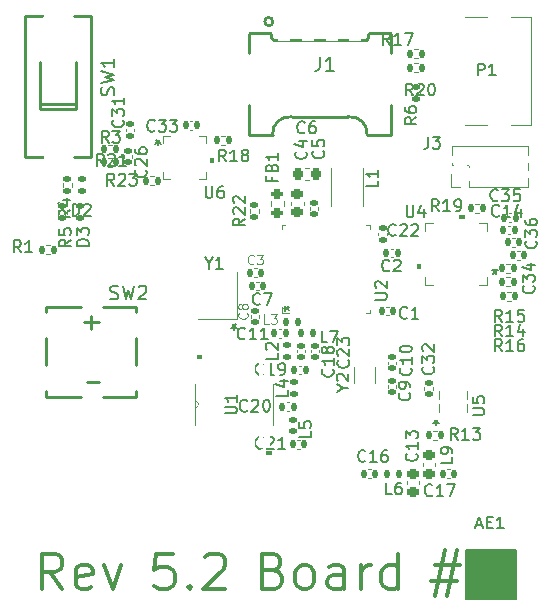
<source format=gto>
G04 #@! TF.GenerationSoftware,KiCad,Pcbnew,(7.0.0)*
G04 #@! TF.CreationDate,2023-11-04T11:59:33-04:00*
G04 #@! TF.ProjectId,Emrick,456d7269-636b-42e6-9b69-6361645f7063,5.1*
G04 #@! TF.SameCoordinates,Original*
G04 #@! TF.FileFunction,Legend,Top*
G04 #@! TF.FilePolarity,Positive*
%FSLAX46Y46*%
G04 Gerber Fmt 4.6, Leading zero omitted, Abs format (unit mm)*
G04 Created by KiCad (PCBNEW (7.0.0)) date 2023-11-04 11:59:33*
%MOMM*%
%LPD*%
G01*
G04 APERTURE LIST*
G04 Aperture macros list*
%AMRoundRect*
0 Rectangle with rounded corners*
0 $1 Rounding radius*
0 $2 $3 $4 $5 $6 $7 $8 $9 X,Y pos of 4 corners*
0 Add a 4 corners polygon primitive as box body*
4,1,4,$2,$3,$4,$5,$6,$7,$8,$9,$2,$3,0*
0 Add four circle primitives for the rounded corners*
1,1,$1+$1,$2,$3*
1,1,$1+$1,$4,$5*
1,1,$1+$1,$6,$7*
1,1,$1+$1,$8,$9*
0 Add four rect primitives between the rounded corners*
20,1,$1+$1,$2,$3,$4,$5,0*
20,1,$1+$1,$4,$5,$6,$7,0*
20,1,$1+$1,$6,$7,$8,$9,0*
20,1,$1+$1,$8,$9,$2,$3,0*%
G04 Aperture macros list end*
%ADD10C,0.150000*%
%ADD11C,0.300000*%
%ADD12C,0.152000*%
%ADD13C,0.120000*%
%ADD14C,0.110000*%
%ADD15C,0.254000*%
%ADD16C,0.100000*%
%ADD17R,1.200000X1.400000*%
%ADD18R,2.200000X1.700000*%
%ADD19R,1.400000X2.200000*%
%ADD20RoundRect,0.135000X0.135000X0.185000X-0.135000X0.185000X-0.135000X-0.185000X0.135000X-0.185000X0*%
%ADD21R,2.000000X1.200000*%
%ADD22RoundRect,0.147500X-0.172500X0.147500X-0.172500X-0.147500X0.172500X-0.147500X0.172500X0.147500X0*%
%ADD23RoundRect,0.140000X0.140000X0.170000X-0.140000X0.170000X-0.140000X-0.170000X0.140000X-0.170000X0*%
%ADD24RoundRect,0.225000X0.250000X-0.225000X0.250000X0.225000X-0.250000X0.225000X-0.250000X-0.225000X0*%
%ADD25RoundRect,0.140000X-0.170000X0.140000X-0.170000X-0.140000X0.170000X-0.140000X0.170000X0.140000X0*%
%ADD26RoundRect,0.140000X-0.140000X-0.170000X0.140000X-0.170000X0.140000X0.170000X-0.140000X0.170000X0*%
%ADD27RoundRect,0.135000X0.185000X-0.135000X0.185000X0.135000X-0.185000X0.135000X-0.185000X-0.135000X0*%
%ADD28RoundRect,0.135000X-0.135000X-0.185000X0.135000X-0.185000X0.135000X0.185000X-0.135000X0.185000X0*%
%ADD29R,0.965200X0.254000*%
%ADD30R,0.254000X0.965200*%
%ADD31R,3.352800X3.352800*%
%ADD32R,0.355600X1.676400*%
%ADD33R,0.850000X0.280000*%
%ADD34R,0.280000X0.850000*%
%ADD35C,0.508000*%
%ADD36RoundRect,0.140000X0.170000X-0.140000X0.170000X0.140000X-0.170000X0.140000X-0.170000X-0.140000X0*%
%ADD37R,1.800000X1.800000*%
%ADD38C,1.800000*%
%ADD39O,2.500000X1.200000*%
%ADD40O,0.240000X0.599999*%
%ADD41O,0.599999X0.240000*%
%ADD42C,0.499999*%
%ADD43R,5.150000X5.150000*%
%ADD44R,1.800000X1.000000*%
%ADD45R,1.000000X1.000000*%
%ADD46O,1.000000X1.000000*%
%ADD47R,1.000000X2.700000*%
%ADD48R,2.000000X4.000000*%
%ADD49RoundRect,0.225000X-0.250000X0.225000X-0.250000X-0.225000X0.250000X-0.225000X0.250000X0.225000X0*%
%ADD50C,0.650000*%
%ADD51R,1.150000X0.300000*%
%ADD52O,2.100000X1.000000*%
%ADD53O,1.600000X1.000000*%
%ADD54RoundRect,0.147500X0.172500X-0.147500X0.172500X0.147500X-0.172500X0.147500X-0.172500X-0.147500X0*%
%ADD55RoundRect,0.147500X-0.147500X-0.172500X0.147500X-0.172500X0.147500X0.172500X-0.147500X0.172500X0*%
%ADD56R,0.254000X0.812800*%
%ADD57R,1.701800X0.304800*%
%ADD58RoundRect,0.200000X-0.275000X0.200000X-0.275000X-0.200000X0.275000X-0.200000X0.275000X0.200000X0*%
%ADD59RoundRect,0.225000X0.225000X0.250000X-0.225000X0.250000X-0.225000X-0.250000X0.225000X-0.250000X0*%
G04 APERTURE END LIST*
D10*
X117050000Y-63362500D02*
X121300000Y-63362500D01*
X121300000Y-63362500D02*
X121300000Y-67587500D01*
X121300000Y-67587500D02*
X117050000Y-67587500D01*
X117050000Y-67587500D02*
X117050000Y-63362500D01*
G36*
X117050000Y-63362500D02*
G01*
X121300000Y-63362500D01*
X121300000Y-67587500D01*
X117050000Y-67587500D01*
X117050000Y-63362500D01*
G37*
X97449999Y-44732619D02*
X97449999Y-44494523D01*
X97688094Y-44589761D02*
X97449999Y-44494523D01*
X97449999Y-44494523D02*
X97211904Y-44589761D01*
X97592856Y-44304047D02*
X97449999Y-44494523D01*
X97449999Y-44494523D02*
X97307142Y-44304047D01*
X90999999Y-29132619D02*
X90999999Y-28894523D01*
X91238094Y-28989761D02*
X90999999Y-28894523D01*
X90999999Y-28894523D02*
X90761904Y-28989761D01*
X91142856Y-28704047D02*
X90999999Y-28894523D01*
X90999999Y-28894523D02*
X90857142Y-28704047D01*
X114549999Y-52832619D02*
X114549999Y-52594523D01*
X114788094Y-52689761D02*
X114549999Y-52594523D01*
X114549999Y-52594523D02*
X114311904Y-52689761D01*
X114692856Y-52404047D02*
X114549999Y-52594523D01*
X114549999Y-52594523D02*
X114407142Y-52404047D01*
D11*
X82878571Y-66697142D02*
X81878571Y-65268571D01*
X81164285Y-66697142D02*
X81164285Y-63697142D01*
X81164285Y-63697142D02*
X82307142Y-63697142D01*
X82307142Y-63697142D02*
X82592857Y-63840000D01*
X82592857Y-63840000D02*
X82735714Y-63982857D01*
X82735714Y-63982857D02*
X82878571Y-64268571D01*
X82878571Y-64268571D02*
X82878571Y-64697142D01*
X82878571Y-64697142D02*
X82735714Y-64982857D01*
X82735714Y-64982857D02*
X82592857Y-65125714D01*
X82592857Y-65125714D02*
X82307142Y-65268571D01*
X82307142Y-65268571D02*
X81164285Y-65268571D01*
X85307142Y-66554285D02*
X85021428Y-66697142D01*
X85021428Y-66697142D02*
X84450000Y-66697142D01*
X84450000Y-66697142D02*
X84164285Y-66554285D01*
X84164285Y-66554285D02*
X84021428Y-66268571D01*
X84021428Y-66268571D02*
X84021428Y-65125714D01*
X84021428Y-65125714D02*
X84164285Y-64840000D01*
X84164285Y-64840000D02*
X84450000Y-64697142D01*
X84450000Y-64697142D02*
X85021428Y-64697142D01*
X85021428Y-64697142D02*
X85307142Y-64840000D01*
X85307142Y-64840000D02*
X85450000Y-65125714D01*
X85450000Y-65125714D02*
X85450000Y-65411428D01*
X85450000Y-65411428D02*
X84021428Y-65697142D01*
X86450000Y-64697142D02*
X87164286Y-66697142D01*
X87164286Y-66697142D02*
X87878571Y-64697142D01*
X92250000Y-63697142D02*
X90821428Y-63697142D01*
X90821428Y-63697142D02*
X90678571Y-65125714D01*
X90678571Y-65125714D02*
X90821428Y-64982857D01*
X90821428Y-64982857D02*
X91107143Y-64840000D01*
X91107143Y-64840000D02*
X91821428Y-64840000D01*
X91821428Y-64840000D02*
X92107143Y-64982857D01*
X92107143Y-64982857D02*
X92250000Y-65125714D01*
X92250000Y-65125714D02*
X92392857Y-65411428D01*
X92392857Y-65411428D02*
X92392857Y-66125714D01*
X92392857Y-66125714D02*
X92250000Y-66411428D01*
X92250000Y-66411428D02*
X92107143Y-66554285D01*
X92107143Y-66554285D02*
X91821428Y-66697142D01*
X91821428Y-66697142D02*
X91107143Y-66697142D01*
X91107143Y-66697142D02*
X90821428Y-66554285D01*
X90821428Y-66554285D02*
X90678571Y-66411428D01*
X93678571Y-66411428D02*
X93821428Y-66554285D01*
X93821428Y-66554285D02*
X93678571Y-66697142D01*
X93678571Y-66697142D02*
X93535714Y-66554285D01*
X93535714Y-66554285D02*
X93678571Y-66411428D01*
X93678571Y-66411428D02*
X93678571Y-66697142D01*
X94964285Y-63982857D02*
X95107142Y-63840000D01*
X95107142Y-63840000D02*
X95392857Y-63697142D01*
X95392857Y-63697142D02*
X96107142Y-63697142D01*
X96107142Y-63697142D02*
X96392857Y-63840000D01*
X96392857Y-63840000D02*
X96535714Y-63982857D01*
X96535714Y-63982857D02*
X96678571Y-64268571D01*
X96678571Y-64268571D02*
X96678571Y-64554285D01*
X96678571Y-64554285D02*
X96535714Y-64982857D01*
X96535714Y-64982857D02*
X94821428Y-66697142D01*
X94821428Y-66697142D02*
X96678571Y-66697142D01*
X100764285Y-65125714D02*
X101192857Y-65268571D01*
X101192857Y-65268571D02*
X101335714Y-65411428D01*
X101335714Y-65411428D02*
X101478571Y-65697142D01*
X101478571Y-65697142D02*
X101478571Y-66125714D01*
X101478571Y-66125714D02*
X101335714Y-66411428D01*
X101335714Y-66411428D02*
X101192857Y-66554285D01*
X101192857Y-66554285D02*
X100907142Y-66697142D01*
X100907142Y-66697142D02*
X99764285Y-66697142D01*
X99764285Y-66697142D02*
X99764285Y-63697142D01*
X99764285Y-63697142D02*
X100764285Y-63697142D01*
X100764285Y-63697142D02*
X101050000Y-63840000D01*
X101050000Y-63840000D02*
X101192857Y-63982857D01*
X101192857Y-63982857D02*
X101335714Y-64268571D01*
X101335714Y-64268571D02*
X101335714Y-64554285D01*
X101335714Y-64554285D02*
X101192857Y-64840000D01*
X101192857Y-64840000D02*
X101050000Y-64982857D01*
X101050000Y-64982857D02*
X100764285Y-65125714D01*
X100764285Y-65125714D02*
X99764285Y-65125714D01*
X103192857Y-66697142D02*
X102907142Y-66554285D01*
X102907142Y-66554285D02*
X102764285Y-66411428D01*
X102764285Y-66411428D02*
X102621428Y-66125714D01*
X102621428Y-66125714D02*
X102621428Y-65268571D01*
X102621428Y-65268571D02*
X102764285Y-64982857D01*
X102764285Y-64982857D02*
X102907142Y-64840000D01*
X102907142Y-64840000D02*
X103192857Y-64697142D01*
X103192857Y-64697142D02*
X103621428Y-64697142D01*
X103621428Y-64697142D02*
X103907142Y-64840000D01*
X103907142Y-64840000D02*
X104050000Y-64982857D01*
X104050000Y-64982857D02*
X104192857Y-65268571D01*
X104192857Y-65268571D02*
X104192857Y-66125714D01*
X104192857Y-66125714D02*
X104050000Y-66411428D01*
X104050000Y-66411428D02*
X103907142Y-66554285D01*
X103907142Y-66554285D02*
X103621428Y-66697142D01*
X103621428Y-66697142D02*
X103192857Y-66697142D01*
X106764286Y-66697142D02*
X106764286Y-65125714D01*
X106764286Y-65125714D02*
X106621428Y-64840000D01*
X106621428Y-64840000D02*
X106335714Y-64697142D01*
X106335714Y-64697142D02*
X105764286Y-64697142D01*
X105764286Y-64697142D02*
X105478571Y-64840000D01*
X106764286Y-66554285D02*
X106478571Y-66697142D01*
X106478571Y-66697142D02*
X105764286Y-66697142D01*
X105764286Y-66697142D02*
X105478571Y-66554285D01*
X105478571Y-66554285D02*
X105335714Y-66268571D01*
X105335714Y-66268571D02*
X105335714Y-65982857D01*
X105335714Y-65982857D02*
X105478571Y-65697142D01*
X105478571Y-65697142D02*
X105764286Y-65554285D01*
X105764286Y-65554285D02*
X106478571Y-65554285D01*
X106478571Y-65554285D02*
X106764286Y-65411428D01*
X108192857Y-66697142D02*
X108192857Y-64697142D01*
X108192857Y-65268571D02*
X108335714Y-64982857D01*
X108335714Y-64982857D02*
X108478572Y-64840000D01*
X108478572Y-64840000D02*
X108764286Y-64697142D01*
X108764286Y-64697142D02*
X109050000Y-64697142D01*
X111335715Y-66697142D02*
X111335715Y-63697142D01*
X111335715Y-66554285D02*
X111050000Y-66697142D01*
X111050000Y-66697142D02*
X110478572Y-66697142D01*
X110478572Y-66697142D02*
X110192857Y-66554285D01*
X110192857Y-66554285D02*
X110050000Y-66411428D01*
X110050000Y-66411428D02*
X109907143Y-66125714D01*
X109907143Y-66125714D02*
X109907143Y-65268571D01*
X109907143Y-65268571D02*
X110050000Y-64982857D01*
X110050000Y-64982857D02*
X110192857Y-64840000D01*
X110192857Y-64840000D02*
X110478572Y-64697142D01*
X110478572Y-64697142D02*
X111050000Y-64697142D01*
X111050000Y-64697142D02*
X111335715Y-64840000D01*
X114421429Y-64697142D02*
X116564286Y-64697142D01*
X115278572Y-63411428D02*
X114421429Y-67268571D01*
X116278572Y-65982857D02*
X114135715Y-65982857D01*
X115421429Y-67268571D02*
X116278572Y-63411428D01*
D10*
X95273809Y-39091190D02*
X95273809Y-39567380D01*
X94940476Y-38567380D02*
X95273809Y-39091190D01*
X95273809Y-39091190D02*
X95607142Y-38567380D01*
X96464285Y-39567380D02*
X95892857Y-39567380D01*
X96178571Y-39567380D02*
X96178571Y-38567380D01*
X96178571Y-38567380D02*
X96083333Y-38710238D01*
X96083333Y-38710238D02*
X95988095Y-38805476D01*
X95988095Y-38805476D02*
X95892857Y-38853095D01*
D12*
X86961714Y-42124487D02*
X87125000Y-42178916D01*
X87125000Y-42178916D02*
X87397142Y-42178916D01*
X87397142Y-42178916D02*
X87506000Y-42124487D01*
X87506000Y-42124487D02*
X87560428Y-42070059D01*
X87560428Y-42070059D02*
X87614857Y-41961202D01*
X87614857Y-41961202D02*
X87614857Y-41852345D01*
X87614857Y-41852345D02*
X87560428Y-41743487D01*
X87560428Y-41743487D02*
X87506000Y-41689059D01*
X87506000Y-41689059D02*
X87397142Y-41634630D01*
X87397142Y-41634630D02*
X87179428Y-41580202D01*
X87179428Y-41580202D02*
X87070571Y-41525773D01*
X87070571Y-41525773D02*
X87016142Y-41471345D01*
X87016142Y-41471345D02*
X86961714Y-41362487D01*
X86961714Y-41362487D02*
X86961714Y-41253630D01*
X86961714Y-41253630D02*
X87016142Y-41144773D01*
X87016142Y-41144773D02*
X87070571Y-41090345D01*
X87070571Y-41090345D02*
X87179428Y-41035916D01*
X87179428Y-41035916D02*
X87451571Y-41035916D01*
X87451571Y-41035916D02*
X87614857Y-41090345D01*
X87995856Y-41035916D02*
X88267999Y-42178916D01*
X88267999Y-42178916D02*
X88485713Y-41362487D01*
X88485713Y-41362487D02*
X88703428Y-42178916D01*
X88703428Y-42178916D02*
X88975571Y-41035916D01*
X89356571Y-41144773D02*
X89410999Y-41090345D01*
X89410999Y-41090345D02*
X89519857Y-41035916D01*
X89519857Y-41035916D02*
X89791999Y-41035916D01*
X89791999Y-41035916D02*
X89900857Y-41090345D01*
X89900857Y-41090345D02*
X89955285Y-41144773D01*
X89955285Y-41144773D02*
X90009714Y-41253630D01*
X90009714Y-41253630D02*
X90009714Y-41362487D01*
X90009714Y-41362487D02*
X89955285Y-41525773D01*
X89955285Y-41525773D02*
X89302142Y-42178916D01*
X89302142Y-42178916D02*
X90009714Y-42178916D01*
D10*
X110609142Y-20636580D02*
X110275809Y-20160390D01*
X110037714Y-20636580D02*
X110037714Y-19636580D01*
X110037714Y-19636580D02*
X110418666Y-19636580D01*
X110418666Y-19636580D02*
X110513904Y-19684200D01*
X110513904Y-19684200D02*
X110561523Y-19731819D01*
X110561523Y-19731819D02*
X110609142Y-19827057D01*
X110609142Y-19827057D02*
X110609142Y-19969914D01*
X110609142Y-19969914D02*
X110561523Y-20065152D01*
X110561523Y-20065152D02*
X110513904Y-20112771D01*
X110513904Y-20112771D02*
X110418666Y-20160390D01*
X110418666Y-20160390D02*
X110037714Y-20160390D01*
X111561523Y-20636580D02*
X110990095Y-20636580D01*
X111275809Y-20636580D02*
X111275809Y-19636580D01*
X111275809Y-19636580D02*
X111180571Y-19779438D01*
X111180571Y-19779438D02*
X111085333Y-19874676D01*
X111085333Y-19874676D02*
X110990095Y-19922295D01*
X111894857Y-19636580D02*
X112561523Y-19636580D01*
X112561523Y-19636580D02*
X112132952Y-20636580D01*
X109617380Y-32116666D02*
X109617380Y-32592856D01*
X109617380Y-32592856D02*
X108617380Y-32592856D01*
X109617380Y-31259523D02*
X109617380Y-31830951D01*
X109617380Y-31545237D02*
X108617380Y-31545237D01*
X108617380Y-31545237D02*
X108760238Y-31640475D01*
X108760238Y-31640475D02*
X108855476Y-31735713D01*
X108855476Y-31735713D02*
X108903095Y-31830951D01*
X103937380Y-53366666D02*
X103937380Y-53842856D01*
X103937380Y-53842856D02*
X102937380Y-53842856D01*
X102937380Y-52557142D02*
X102937380Y-53033332D01*
X102937380Y-53033332D02*
X103413571Y-53080951D01*
X103413571Y-53080951D02*
X103365952Y-53033332D01*
X103365952Y-53033332D02*
X103318333Y-52938094D01*
X103318333Y-52938094D02*
X103318333Y-52699999D01*
X103318333Y-52699999D02*
X103365952Y-52604761D01*
X103365952Y-52604761D02*
X103413571Y-52557142D01*
X103413571Y-52557142D02*
X103508809Y-52509523D01*
X103508809Y-52509523D02*
X103746904Y-52509523D01*
X103746904Y-52509523D02*
X103842142Y-52557142D01*
X103842142Y-52557142D02*
X103889761Y-52604761D01*
X103889761Y-52604761D02*
X103937380Y-52699999D01*
X103937380Y-52699999D02*
X103937380Y-52938094D01*
X103937380Y-52938094D02*
X103889761Y-53033332D01*
X103889761Y-53033332D02*
X103842142Y-53080951D01*
X101117380Y-46716666D02*
X101117380Y-47192856D01*
X101117380Y-47192856D02*
X100117380Y-47192856D01*
X100212619Y-46430951D02*
X100165000Y-46383332D01*
X100165000Y-46383332D02*
X100117380Y-46288094D01*
X100117380Y-46288094D02*
X100117380Y-46049999D01*
X100117380Y-46049999D02*
X100165000Y-45954761D01*
X100165000Y-45954761D02*
X100212619Y-45907142D01*
X100212619Y-45907142D02*
X100307857Y-45859523D01*
X100307857Y-45859523D02*
X100403095Y-45859523D01*
X100403095Y-45859523D02*
X100545952Y-45907142D01*
X100545952Y-45907142D02*
X101117380Y-46478570D01*
X101117380Y-46478570D02*
X101117380Y-45859523D01*
D13*
X99091667Y-39142714D02*
X99053571Y-39180809D01*
X99053571Y-39180809D02*
X98939286Y-39218904D01*
X98939286Y-39218904D02*
X98863095Y-39218904D01*
X98863095Y-39218904D02*
X98748809Y-39180809D01*
X98748809Y-39180809D02*
X98672619Y-39104619D01*
X98672619Y-39104619D02*
X98634524Y-39028428D01*
X98634524Y-39028428D02*
X98596428Y-38876047D01*
X98596428Y-38876047D02*
X98596428Y-38761761D01*
X98596428Y-38761761D02*
X98634524Y-38609380D01*
X98634524Y-38609380D02*
X98672619Y-38533190D01*
X98672619Y-38533190D02*
X98748809Y-38457000D01*
X98748809Y-38457000D02*
X98863095Y-38418904D01*
X98863095Y-38418904D02*
X98939286Y-38418904D01*
X98939286Y-38418904D02*
X99053571Y-38457000D01*
X99053571Y-38457000D02*
X99091667Y-38495095D01*
X99358333Y-38418904D02*
X99853571Y-38418904D01*
X99853571Y-38418904D02*
X99586905Y-38723666D01*
X99586905Y-38723666D02*
X99701190Y-38723666D01*
X99701190Y-38723666D02*
X99777381Y-38761761D01*
X99777381Y-38761761D02*
X99815476Y-38799857D01*
X99815476Y-38799857D02*
X99853571Y-38876047D01*
X99853571Y-38876047D02*
X99853571Y-39066523D01*
X99853571Y-39066523D02*
X99815476Y-39142714D01*
X99815476Y-39142714D02*
X99777381Y-39180809D01*
X99777381Y-39180809D02*
X99701190Y-39218904D01*
X99701190Y-39218904D02*
X99472619Y-39218904D01*
X99472619Y-39218904D02*
X99396428Y-39180809D01*
X99396428Y-39180809D02*
X99358333Y-39142714D01*
D10*
X115917380Y-55541666D02*
X115917380Y-56017856D01*
X115917380Y-56017856D02*
X114917380Y-56017856D01*
X115917380Y-55160713D02*
X115917380Y-54970237D01*
X115917380Y-54970237D02*
X115869761Y-54874999D01*
X115869761Y-54874999D02*
X115822142Y-54827380D01*
X115822142Y-54827380D02*
X115679285Y-54732142D01*
X115679285Y-54732142D02*
X115488809Y-54684523D01*
X115488809Y-54684523D02*
X115107857Y-54684523D01*
X115107857Y-54684523D02*
X115012619Y-54732142D01*
X115012619Y-54732142D02*
X114965000Y-54779761D01*
X114965000Y-54779761D02*
X114917380Y-54874999D01*
X114917380Y-54874999D02*
X114917380Y-55065475D01*
X114917380Y-55065475D02*
X114965000Y-55160713D01*
X114965000Y-55160713D02*
X115012619Y-55208332D01*
X115012619Y-55208332D02*
X115107857Y-55255951D01*
X115107857Y-55255951D02*
X115345952Y-55255951D01*
X115345952Y-55255951D02*
X115441190Y-55208332D01*
X115441190Y-55208332D02*
X115488809Y-55160713D01*
X115488809Y-55160713D02*
X115536428Y-55065475D01*
X115536428Y-55065475D02*
X115536428Y-54874999D01*
X115536428Y-54874999D02*
X115488809Y-54779761D01*
X115488809Y-54779761D02*
X115441190Y-54732142D01*
X115441190Y-54732142D02*
X115345952Y-54684523D01*
D14*
X98515714Y-43333332D02*
X98553809Y-43371428D01*
X98553809Y-43371428D02*
X98591904Y-43485713D01*
X98591904Y-43485713D02*
X98591904Y-43561904D01*
X98591904Y-43561904D02*
X98553809Y-43676190D01*
X98553809Y-43676190D02*
X98477619Y-43752380D01*
X98477619Y-43752380D02*
X98401428Y-43790475D01*
X98401428Y-43790475D02*
X98249047Y-43828571D01*
X98249047Y-43828571D02*
X98134761Y-43828571D01*
X98134761Y-43828571D02*
X97982380Y-43790475D01*
X97982380Y-43790475D02*
X97906190Y-43752380D01*
X97906190Y-43752380D02*
X97830000Y-43676190D01*
X97830000Y-43676190D02*
X97791904Y-43561904D01*
X97791904Y-43561904D02*
X97791904Y-43485713D01*
X97791904Y-43485713D02*
X97830000Y-43371428D01*
X97830000Y-43371428D02*
X97868095Y-43333332D01*
X98134761Y-42876190D02*
X98096666Y-42952380D01*
X98096666Y-42952380D02*
X98058571Y-42990475D01*
X98058571Y-42990475D02*
X97982380Y-43028571D01*
X97982380Y-43028571D02*
X97944285Y-43028571D01*
X97944285Y-43028571D02*
X97868095Y-42990475D01*
X97868095Y-42990475D02*
X97830000Y-42952380D01*
X97830000Y-42952380D02*
X97791904Y-42876190D01*
X97791904Y-42876190D02*
X97791904Y-42723809D01*
X97791904Y-42723809D02*
X97830000Y-42647618D01*
X97830000Y-42647618D02*
X97868095Y-42609523D01*
X97868095Y-42609523D02*
X97944285Y-42571428D01*
X97944285Y-42571428D02*
X97982380Y-42571428D01*
X97982380Y-42571428D02*
X98058571Y-42609523D01*
X98058571Y-42609523D02*
X98096666Y-42647618D01*
X98096666Y-42647618D02*
X98134761Y-42723809D01*
X98134761Y-42723809D02*
X98134761Y-42876190D01*
X98134761Y-42876190D02*
X98172857Y-42952380D01*
X98172857Y-42952380D02*
X98210952Y-42990475D01*
X98210952Y-42990475D02*
X98287142Y-43028571D01*
X98287142Y-43028571D02*
X98439523Y-43028571D01*
X98439523Y-43028571D02*
X98515714Y-42990475D01*
X98515714Y-42990475D02*
X98553809Y-42952380D01*
X98553809Y-42952380D02*
X98591904Y-42876190D01*
X98591904Y-42876190D02*
X98591904Y-42723809D01*
X98591904Y-42723809D02*
X98553809Y-42647618D01*
X98553809Y-42647618D02*
X98515714Y-42609523D01*
X98515714Y-42609523D02*
X98439523Y-42571428D01*
X98439523Y-42571428D02*
X98287142Y-42571428D01*
X98287142Y-42571428D02*
X98210952Y-42609523D01*
X98210952Y-42609523D02*
X98172857Y-42647618D01*
X98172857Y-42647618D02*
X98134761Y-42723809D01*
D10*
X112083333Y-43722142D02*
X112035714Y-43769761D01*
X112035714Y-43769761D02*
X111892857Y-43817380D01*
X111892857Y-43817380D02*
X111797619Y-43817380D01*
X111797619Y-43817380D02*
X111654762Y-43769761D01*
X111654762Y-43769761D02*
X111559524Y-43674523D01*
X111559524Y-43674523D02*
X111511905Y-43579285D01*
X111511905Y-43579285D02*
X111464286Y-43388809D01*
X111464286Y-43388809D02*
X111464286Y-43245952D01*
X111464286Y-43245952D02*
X111511905Y-43055476D01*
X111511905Y-43055476D02*
X111559524Y-42960238D01*
X111559524Y-42960238D02*
X111654762Y-42865000D01*
X111654762Y-42865000D02*
X111797619Y-42817380D01*
X111797619Y-42817380D02*
X111892857Y-42817380D01*
X111892857Y-42817380D02*
X112035714Y-42865000D01*
X112035714Y-42865000D02*
X112083333Y-42912619D01*
X113035714Y-43817380D02*
X112464286Y-43817380D01*
X112750000Y-43817380D02*
X112750000Y-42817380D01*
X112750000Y-42817380D02*
X112654762Y-42960238D01*
X112654762Y-42960238D02*
X112559524Y-43055476D01*
X112559524Y-43055476D02*
X112464286Y-43103095D01*
X119757142Y-33772142D02*
X119709523Y-33819761D01*
X119709523Y-33819761D02*
X119566666Y-33867380D01*
X119566666Y-33867380D02*
X119471428Y-33867380D01*
X119471428Y-33867380D02*
X119328571Y-33819761D01*
X119328571Y-33819761D02*
X119233333Y-33724523D01*
X119233333Y-33724523D02*
X119185714Y-33629285D01*
X119185714Y-33629285D02*
X119138095Y-33438809D01*
X119138095Y-33438809D02*
X119138095Y-33295952D01*
X119138095Y-33295952D02*
X119185714Y-33105476D01*
X119185714Y-33105476D02*
X119233333Y-33010238D01*
X119233333Y-33010238D02*
X119328571Y-32915000D01*
X119328571Y-32915000D02*
X119471428Y-32867380D01*
X119471428Y-32867380D02*
X119566666Y-32867380D01*
X119566666Y-32867380D02*
X119709523Y-32915000D01*
X119709523Y-32915000D02*
X119757142Y-32962619D01*
X120090476Y-32867380D02*
X120709523Y-32867380D01*
X120709523Y-32867380D02*
X120376190Y-33248333D01*
X120376190Y-33248333D02*
X120519047Y-33248333D01*
X120519047Y-33248333D02*
X120614285Y-33295952D01*
X120614285Y-33295952D02*
X120661904Y-33343571D01*
X120661904Y-33343571D02*
X120709523Y-33438809D01*
X120709523Y-33438809D02*
X120709523Y-33676904D01*
X120709523Y-33676904D02*
X120661904Y-33772142D01*
X120661904Y-33772142D02*
X120614285Y-33819761D01*
X120614285Y-33819761D02*
X120519047Y-33867380D01*
X120519047Y-33867380D02*
X120233333Y-33867380D01*
X120233333Y-33867380D02*
X120138095Y-33819761D01*
X120138095Y-33819761D02*
X120090476Y-33772142D01*
X121614285Y-32867380D02*
X121138095Y-32867380D01*
X121138095Y-32867380D02*
X121090476Y-33343571D01*
X121090476Y-33343571D02*
X121138095Y-33295952D01*
X121138095Y-33295952D02*
X121233333Y-33248333D01*
X121233333Y-33248333D02*
X121471428Y-33248333D01*
X121471428Y-33248333D02*
X121566666Y-33295952D01*
X121566666Y-33295952D02*
X121614285Y-33343571D01*
X121614285Y-33343571D02*
X121661904Y-33438809D01*
X121661904Y-33438809D02*
X121661904Y-33676904D01*
X121661904Y-33676904D02*
X121614285Y-33772142D01*
X121614285Y-33772142D02*
X121566666Y-33819761D01*
X121566666Y-33819761D02*
X121471428Y-33867380D01*
X121471428Y-33867380D02*
X121233333Y-33867380D01*
X121233333Y-33867380D02*
X121138095Y-33819761D01*
X121138095Y-33819761D02*
X121090476Y-33772142D01*
X90707142Y-27872330D02*
X90659523Y-27919949D01*
X90659523Y-27919949D02*
X90516666Y-27967568D01*
X90516666Y-27967568D02*
X90421428Y-27967568D01*
X90421428Y-27967568D02*
X90278571Y-27919949D01*
X90278571Y-27919949D02*
X90183333Y-27824711D01*
X90183333Y-27824711D02*
X90135714Y-27729473D01*
X90135714Y-27729473D02*
X90088095Y-27538997D01*
X90088095Y-27538997D02*
X90088095Y-27396140D01*
X90088095Y-27396140D02*
X90135714Y-27205664D01*
X90135714Y-27205664D02*
X90183333Y-27110426D01*
X90183333Y-27110426D02*
X90278571Y-27015188D01*
X90278571Y-27015188D02*
X90421428Y-26967568D01*
X90421428Y-26967568D02*
X90516666Y-26967568D01*
X90516666Y-26967568D02*
X90659523Y-27015188D01*
X90659523Y-27015188D02*
X90707142Y-27062807D01*
X91040476Y-26967568D02*
X91659523Y-26967568D01*
X91659523Y-26967568D02*
X91326190Y-27348521D01*
X91326190Y-27348521D02*
X91469047Y-27348521D01*
X91469047Y-27348521D02*
X91564285Y-27396140D01*
X91564285Y-27396140D02*
X91611904Y-27443759D01*
X91611904Y-27443759D02*
X91659523Y-27538997D01*
X91659523Y-27538997D02*
X91659523Y-27777092D01*
X91659523Y-27777092D02*
X91611904Y-27872330D01*
X91611904Y-27872330D02*
X91564285Y-27919949D01*
X91564285Y-27919949D02*
X91469047Y-27967568D01*
X91469047Y-27967568D02*
X91183333Y-27967568D01*
X91183333Y-27967568D02*
X91088095Y-27919949D01*
X91088095Y-27919949D02*
X91040476Y-27872330D01*
X91992857Y-26967568D02*
X92611904Y-26967568D01*
X92611904Y-26967568D02*
X92278571Y-27348521D01*
X92278571Y-27348521D02*
X92421428Y-27348521D01*
X92421428Y-27348521D02*
X92516666Y-27396140D01*
X92516666Y-27396140D02*
X92564285Y-27443759D01*
X92564285Y-27443759D02*
X92611904Y-27538997D01*
X92611904Y-27538997D02*
X92611904Y-27777092D01*
X92611904Y-27777092D02*
X92564285Y-27872330D01*
X92564285Y-27872330D02*
X92516666Y-27919949D01*
X92516666Y-27919949D02*
X92421428Y-27967568D01*
X92421428Y-27967568D02*
X92135714Y-27967568D01*
X92135714Y-27967568D02*
X92040476Y-27919949D01*
X92040476Y-27919949D02*
X91992857Y-27872330D01*
X120107142Y-44067380D02*
X119773809Y-43591190D01*
X119535714Y-44067380D02*
X119535714Y-43067380D01*
X119535714Y-43067380D02*
X119916666Y-43067380D01*
X119916666Y-43067380D02*
X120011904Y-43115000D01*
X120011904Y-43115000D02*
X120059523Y-43162619D01*
X120059523Y-43162619D02*
X120107142Y-43257857D01*
X120107142Y-43257857D02*
X120107142Y-43400714D01*
X120107142Y-43400714D02*
X120059523Y-43495952D01*
X120059523Y-43495952D02*
X120011904Y-43543571D01*
X120011904Y-43543571D02*
X119916666Y-43591190D01*
X119916666Y-43591190D02*
X119535714Y-43591190D01*
X121059523Y-44067380D02*
X120488095Y-44067380D01*
X120773809Y-44067380D02*
X120773809Y-43067380D01*
X120773809Y-43067380D02*
X120678571Y-43210238D01*
X120678571Y-43210238D02*
X120583333Y-43305476D01*
X120583333Y-43305476D02*
X120488095Y-43353095D01*
X121964285Y-43067380D02*
X121488095Y-43067380D01*
X121488095Y-43067380D02*
X121440476Y-43543571D01*
X121440476Y-43543571D02*
X121488095Y-43495952D01*
X121488095Y-43495952D02*
X121583333Y-43448333D01*
X121583333Y-43448333D02*
X121821428Y-43448333D01*
X121821428Y-43448333D02*
X121916666Y-43495952D01*
X121916666Y-43495952D02*
X121964285Y-43543571D01*
X121964285Y-43543571D02*
X122011904Y-43638809D01*
X122011904Y-43638809D02*
X122011904Y-43876904D01*
X122011904Y-43876904D02*
X121964285Y-43972142D01*
X121964285Y-43972142D02*
X121916666Y-44019761D01*
X121916666Y-44019761D02*
X121821428Y-44067380D01*
X121821428Y-44067380D02*
X121583333Y-44067380D01*
X121583333Y-44067380D02*
X121488095Y-44019761D01*
X121488095Y-44019761D02*
X121440476Y-43972142D01*
X87282142Y-32542380D02*
X86948809Y-32066190D01*
X86710714Y-32542380D02*
X86710714Y-31542380D01*
X86710714Y-31542380D02*
X87091666Y-31542380D01*
X87091666Y-31542380D02*
X87186904Y-31590000D01*
X87186904Y-31590000D02*
X87234523Y-31637619D01*
X87234523Y-31637619D02*
X87282142Y-31732857D01*
X87282142Y-31732857D02*
X87282142Y-31875714D01*
X87282142Y-31875714D02*
X87234523Y-31970952D01*
X87234523Y-31970952D02*
X87186904Y-32018571D01*
X87186904Y-32018571D02*
X87091666Y-32066190D01*
X87091666Y-32066190D02*
X86710714Y-32066190D01*
X87663095Y-31637619D02*
X87710714Y-31590000D01*
X87710714Y-31590000D02*
X87805952Y-31542380D01*
X87805952Y-31542380D02*
X88044047Y-31542380D01*
X88044047Y-31542380D02*
X88139285Y-31590000D01*
X88139285Y-31590000D02*
X88186904Y-31637619D01*
X88186904Y-31637619D02*
X88234523Y-31732857D01*
X88234523Y-31732857D02*
X88234523Y-31828095D01*
X88234523Y-31828095D02*
X88186904Y-31970952D01*
X88186904Y-31970952D02*
X87615476Y-32542380D01*
X87615476Y-32542380D02*
X88234523Y-32542380D01*
X88567857Y-31542380D02*
X89186904Y-31542380D01*
X89186904Y-31542380D02*
X88853571Y-31923333D01*
X88853571Y-31923333D02*
X88996428Y-31923333D01*
X88996428Y-31923333D02*
X89091666Y-31970952D01*
X89091666Y-31970952D02*
X89139285Y-32018571D01*
X89139285Y-32018571D02*
X89186904Y-32113809D01*
X89186904Y-32113809D02*
X89186904Y-32351904D01*
X89186904Y-32351904D02*
X89139285Y-32447142D01*
X89139285Y-32447142D02*
X89091666Y-32494761D01*
X89091666Y-32494761D02*
X88996428Y-32542380D01*
X88996428Y-32542380D02*
X88710714Y-32542380D01*
X88710714Y-32542380D02*
X88615476Y-32494761D01*
X88615476Y-32494761D02*
X88567857Y-32447142D01*
X83579380Y-34630666D02*
X83103190Y-34963999D01*
X83579380Y-35202094D02*
X82579380Y-35202094D01*
X82579380Y-35202094D02*
X82579380Y-34821142D01*
X82579380Y-34821142D02*
X82627000Y-34725904D01*
X82627000Y-34725904D02*
X82674619Y-34678285D01*
X82674619Y-34678285D02*
X82769857Y-34630666D01*
X82769857Y-34630666D02*
X82912714Y-34630666D01*
X82912714Y-34630666D02*
X83007952Y-34678285D01*
X83007952Y-34678285D02*
X83055571Y-34725904D01*
X83055571Y-34725904D02*
X83103190Y-34821142D01*
X83103190Y-34821142D02*
X83103190Y-35202094D01*
X82912714Y-33773523D02*
X83579380Y-33773523D01*
X82531761Y-34011618D02*
X83246047Y-34249713D01*
X83246047Y-34249713D02*
X83246047Y-33630666D01*
X86802933Y-28916980D02*
X86469600Y-28440790D01*
X86231505Y-28916980D02*
X86231505Y-27916980D01*
X86231505Y-27916980D02*
X86612457Y-27916980D01*
X86612457Y-27916980D02*
X86707695Y-27964600D01*
X86707695Y-27964600D02*
X86755314Y-28012219D01*
X86755314Y-28012219D02*
X86802933Y-28107457D01*
X86802933Y-28107457D02*
X86802933Y-28250314D01*
X86802933Y-28250314D02*
X86755314Y-28345552D01*
X86755314Y-28345552D02*
X86707695Y-28393171D01*
X86707695Y-28393171D02*
X86612457Y-28440790D01*
X86612457Y-28440790D02*
X86231505Y-28440790D01*
X87136267Y-27916980D02*
X87755314Y-27916980D01*
X87755314Y-27916980D02*
X87421981Y-28297933D01*
X87421981Y-28297933D02*
X87564838Y-28297933D01*
X87564838Y-28297933D02*
X87660076Y-28345552D01*
X87660076Y-28345552D02*
X87707695Y-28393171D01*
X87707695Y-28393171D02*
X87755314Y-28488409D01*
X87755314Y-28488409D02*
X87755314Y-28726504D01*
X87755314Y-28726504D02*
X87707695Y-28821742D01*
X87707695Y-28821742D02*
X87660076Y-28869361D01*
X87660076Y-28869361D02*
X87564838Y-28916980D01*
X87564838Y-28916980D02*
X87279124Y-28916980D01*
X87279124Y-28916980D02*
X87183886Y-28869361D01*
X87183886Y-28869361D02*
X87136267Y-28821742D01*
X105772142Y-48092857D02*
X105819761Y-48140476D01*
X105819761Y-48140476D02*
X105867380Y-48283333D01*
X105867380Y-48283333D02*
X105867380Y-48378571D01*
X105867380Y-48378571D02*
X105819761Y-48521428D01*
X105819761Y-48521428D02*
X105724523Y-48616666D01*
X105724523Y-48616666D02*
X105629285Y-48664285D01*
X105629285Y-48664285D02*
X105438809Y-48711904D01*
X105438809Y-48711904D02*
X105295952Y-48711904D01*
X105295952Y-48711904D02*
X105105476Y-48664285D01*
X105105476Y-48664285D02*
X105010238Y-48616666D01*
X105010238Y-48616666D02*
X104915000Y-48521428D01*
X104915000Y-48521428D02*
X104867380Y-48378571D01*
X104867380Y-48378571D02*
X104867380Y-48283333D01*
X104867380Y-48283333D02*
X104915000Y-48140476D01*
X104915000Y-48140476D02*
X104962619Y-48092857D01*
X105867380Y-47140476D02*
X105867380Y-47711904D01*
X105867380Y-47426190D02*
X104867380Y-47426190D01*
X104867380Y-47426190D02*
X105010238Y-47521428D01*
X105010238Y-47521428D02*
X105105476Y-47616666D01*
X105105476Y-47616666D02*
X105153095Y-47711904D01*
X105295952Y-46569047D02*
X105248333Y-46664285D01*
X105248333Y-46664285D02*
X105200714Y-46711904D01*
X105200714Y-46711904D02*
X105105476Y-46759523D01*
X105105476Y-46759523D02*
X105057857Y-46759523D01*
X105057857Y-46759523D02*
X104962619Y-46711904D01*
X104962619Y-46711904D02*
X104915000Y-46664285D01*
X104915000Y-46664285D02*
X104867380Y-46569047D01*
X104867380Y-46569047D02*
X104867380Y-46378571D01*
X104867380Y-46378571D02*
X104915000Y-46283333D01*
X104915000Y-46283333D02*
X104962619Y-46235714D01*
X104962619Y-46235714D02*
X105057857Y-46188095D01*
X105057857Y-46188095D02*
X105105476Y-46188095D01*
X105105476Y-46188095D02*
X105200714Y-46235714D01*
X105200714Y-46235714D02*
X105248333Y-46283333D01*
X105248333Y-46283333D02*
X105295952Y-46378571D01*
X105295952Y-46378571D02*
X105295952Y-46569047D01*
X105295952Y-46569047D02*
X105343571Y-46664285D01*
X105343571Y-46664285D02*
X105391190Y-46711904D01*
X105391190Y-46711904D02*
X105486428Y-46759523D01*
X105486428Y-46759523D02*
X105676904Y-46759523D01*
X105676904Y-46759523D02*
X105772142Y-46711904D01*
X105772142Y-46711904D02*
X105819761Y-46664285D01*
X105819761Y-46664285D02*
X105867380Y-46569047D01*
X105867380Y-46569047D02*
X105867380Y-46378571D01*
X105867380Y-46378571D02*
X105819761Y-46283333D01*
X105819761Y-46283333D02*
X105772142Y-46235714D01*
X105772142Y-46235714D02*
X105676904Y-46188095D01*
X105676904Y-46188095D02*
X105486428Y-46188095D01*
X105486428Y-46188095D02*
X105391190Y-46235714D01*
X105391190Y-46235714D02*
X105343571Y-46283333D01*
X105343571Y-46283333D02*
X105295952Y-46378571D01*
X117933333Y-61281666D02*
X118409523Y-61281666D01*
X117838095Y-61567380D02*
X118171428Y-60567380D01*
X118171428Y-60567380D02*
X118504761Y-61567380D01*
X118838095Y-61043571D02*
X119171428Y-61043571D01*
X119314285Y-61567380D02*
X118838095Y-61567380D01*
X118838095Y-61567380D02*
X118838095Y-60567380D01*
X118838095Y-60567380D02*
X119314285Y-60567380D01*
X120266666Y-61567380D02*
X119695238Y-61567380D01*
X119980952Y-61567380D02*
X119980952Y-60567380D01*
X119980952Y-60567380D02*
X119885714Y-60710238D01*
X119885714Y-60710238D02*
X119790476Y-60805476D01*
X119790476Y-60805476D02*
X119695238Y-60853095D01*
X112038095Y-34217380D02*
X112038095Y-35026904D01*
X112038095Y-35026904D02*
X112085714Y-35122142D01*
X112085714Y-35122142D02*
X112133333Y-35169761D01*
X112133333Y-35169761D02*
X112228571Y-35217380D01*
X112228571Y-35217380D02*
X112419047Y-35217380D01*
X112419047Y-35217380D02*
X112514285Y-35169761D01*
X112514285Y-35169761D02*
X112561904Y-35122142D01*
X112561904Y-35122142D02*
X112609523Y-35026904D01*
X112609523Y-35026904D02*
X112609523Y-34217380D01*
X113514285Y-34550714D02*
X113514285Y-35217380D01*
X113276190Y-34169761D02*
X113038095Y-34884047D01*
X113038095Y-34884047D02*
X113657142Y-34884047D01*
X119500000Y-39567380D02*
X119500000Y-39805476D01*
X119261905Y-39710238D02*
X119500000Y-39805476D01*
X119500000Y-39805476D02*
X119738095Y-39710238D01*
X119357143Y-39995952D02*
X119500000Y-39805476D01*
X119500000Y-39805476D02*
X119642857Y-39995952D01*
X114757142Y-34717380D02*
X114423809Y-34241190D01*
X114185714Y-34717380D02*
X114185714Y-33717380D01*
X114185714Y-33717380D02*
X114566666Y-33717380D01*
X114566666Y-33717380D02*
X114661904Y-33765000D01*
X114661904Y-33765000D02*
X114709523Y-33812619D01*
X114709523Y-33812619D02*
X114757142Y-33907857D01*
X114757142Y-33907857D02*
X114757142Y-34050714D01*
X114757142Y-34050714D02*
X114709523Y-34145952D01*
X114709523Y-34145952D02*
X114661904Y-34193571D01*
X114661904Y-34193571D02*
X114566666Y-34241190D01*
X114566666Y-34241190D02*
X114185714Y-34241190D01*
X115709523Y-34717380D02*
X115138095Y-34717380D01*
X115423809Y-34717380D02*
X115423809Y-33717380D01*
X115423809Y-33717380D02*
X115328571Y-33860238D01*
X115328571Y-33860238D02*
X115233333Y-33955476D01*
X115233333Y-33955476D02*
X115138095Y-34003095D01*
X116185714Y-34717380D02*
X116376190Y-34717380D01*
X116376190Y-34717380D02*
X116471428Y-34669761D01*
X116471428Y-34669761D02*
X116519047Y-34622142D01*
X116519047Y-34622142D02*
X116614285Y-34479285D01*
X116614285Y-34479285D02*
X116661904Y-34288809D01*
X116661904Y-34288809D02*
X116661904Y-33907857D01*
X116661904Y-33907857D02*
X116614285Y-33812619D01*
X116614285Y-33812619D02*
X116566666Y-33765000D01*
X116566666Y-33765000D02*
X116471428Y-33717380D01*
X116471428Y-33717380D02*
X116280952Y-33717380D01*
X116280952Y-33717380D02*
X116185714Y-33765000D01*
X116185714Y-33765000D02*
X116138095Y-33812619D01*
X116138095Y-33812619D02*
X116090476Y-33907857D01*
X116090476Y-33907857D02*
X116090476Y-34145952D01*
X116090476Y-34145952D02*
X116138095Y-34241190D01*
X116138095Y-34241190D02*
X116185714Y-34288809D01*
X116185714Y-34288809D02*
X116280952Y-34336428D01*
X116280952Y-34336428D02*
X116471428Y-34336428D01*
X116471428Y-34336428D02*
X116566666Y-34288809D01*
X116566666Y-34288809D02*
X116614285Y-34241190D01*
X116614285Y-34241190D02*
X116661904Y-34145952D01*
X96649380Y-51841304D02*
X97458904Y-51841304D01*
X97458904Y-51841304D02*
X97554142Y-51793685D01*
X97554142Y-51793685D02*
X97601761Y-51746066D01*
X97601761Y-51746066D02*
X97649380Y-51650828D01*
X97649380Y-51650828D02*
X97649380Y-51460352D01*
X97649380Y-51460352D02*
X97601761Y-51365114D01*
X97601761Y-51365114D02*
X97554142Y-51317495D01*
X97554142Y-51317495D02*
X97458904Y-51269876D01*
X97458904Y-51269876D02*
X96649380Y-51269876D01*
X97649380Y-50269876D02*
X97649380Y-50841304D01*
X97649380Y-50555590D02*
X96649380Y-50555590D01*
X96649380Y-50555590D02*
X96792238Y-50650828D01*
X96792238Y-50650828D02*
X96887476Y-50746066D01*
X96887476Y-50746066D02*
X96935095Y-50841304D01*
X95013283Y-32582379D02*
X95013283Y-33391903D01*
X95013283Y-33391903D02*
X95060902Y-33487141D01*
X95060902Y-33487141D02*
X95108521Y-33534760D01*
X95108521Y-33534760D02*
X95203759Y-33582379D01*
X95203759Y-33582379D02*
X95394235Y-33582379D01*
X95394235Y-33582379D02*
X95489473Y-33534760D01*
X95489473Y-33534760D02*
X95537092Y-33487141D01*
X95537092Y-33487141D02*
X95584711Y-33391903D01*
X95584711Y-33391903D02*
X95584711Y-32582379D01*
X96489473Y-32582379D02*
X96298997Y-32582379D01*
X96298997Y-32582379D02*
X96203759Y-32629999D01*
X96203759Y-32629999D02*
X96156140Y-32677618D01*
X96156140Y-32677618D02*
X96060902Y-32820475D01*
X96060902Y-32820475D02*
X96013283Y-33010951D01*
X96013283Y-33010951D02*
X96013283Y-33391903D01*
X96013283Y-33391903D02*
X96060902Y-33487141D01*
X96060902Y-33487141D02*
X96108521Y-33534760D01*
X96108521Y-33534760D02*
X96203759Y-33582379D01*
X96203759Y-33582379D02*
X96394235Y-33582379D01*
X96394235Y-33582379D02*
X96489473Y-33534760D01*
X96489473Y-33534760D02*
X96537092Y-33487141D01*
X96537092Y-33487141D02*
X96584711Y-33391903D01*
X96584711Y-33391903D02*
X96584711Y-33153808D01*
X96584711Y-33153808D02*
X96537092Y-33058570D01*
X96537092Y-33058570D02*
X96489473Y-33010951D01*
X96489473Y-33010951D02*
X96394235Y-32963332D01*
X96394235Y-32963332D02*
X96203759Y-32963332D01*
X96203759Y-32963332D02*
X96108521Y-33010951D01*
X96108521Y-33010951D02*
X96060902Y-33058570D01*
X96060902Y-33058570D02*
X96013283Y-33153808D01*
X104972142Y-29616666D02*
X105019761Y-29664285D01*
X105019761Y-29664285D02*
X105067380Y-29807142D01*
X105067380Y-29807142D02*
X105067380Y-29902380D01*
X105067380Y-29902380D02*
X105019761Y-30045237D01*
X105019761Y-30045237D02*
X104924523Y-30140475D01*
X104924523Y-30140475D02*
X104829285Y-30188094D01*
X104829285Y-30188094D02*
X104638809Y-30235713D01*
X104638809Y-30235713D02*
X104495952Y-30235713D01*
X104495952Y-30235713D02*
X104305476Y-30188094D01*
X104305476Y-30188094D02*
X104210238Y-30140475D01*
X104210238Y-30140475D02*
X104115000Y-30045237D01*
X104115000Y-30045237D02*
X104067380Y-29902380D01*
X104067380Y-29902380D02*
X104067380Y-29807142D01*
X104067380Y-29807142D02*
X104115000Y-29664285D01*
X104115000Y-29664285D02*
X104162619Y-29616666D01*
X104067380Y-28711904D02*
X104067380Y-29188094D01*
X104067380Y-29188094D02*
X104543571Y-29235713D01*
X104543571Y-29235713D02*
X104495952Y-29188094D01*
X104495952Y-29188094D02*
X104448333Y-29092856D01*
X104448333Y-29092856D02*
X104448333Y-28854761D01*
X104448333Y-28854761D02*
X104495952Y-28759523D01*
X104495952Y-28759523D02*
X104543571Y-28711904D01*
X104543571Y-28711904D02*
X104638809Y-28664285D01*
X104638809Y-28664285D02*
X104876904Y-28664285D01*
X104876904Y-28664285D02*
X104972142Y-28711904D01*
X104972142Y-28711904D02*
X105019761Y-28759523D01*
X105019761Y-28759523D02*
X105067380Y-28854761D01*
X105067380Y-28854761D02*
X105067380Y-29092856D01*
X105067380Y-29092856D02*
X105019761Y-29188094D01*
X105019761Y-29188094D02*
X104972142Y-29235713D01*
X88003742Y-27008057D02*
X88051361Y-27055676D01*
X88051361Y-27055676D02*
X88098980Y-27198533D01*
X88098980Y-27198533D02*
X88098980Y-27293771D01*
X88098980Y-27293771D02*
X88051361Y-27436628D01*
X88051361Y-27436628D02*
X87956123Y-27531866D01*
X87956123Y-27531866D02*
X87860885Y-27579485D01*
X87860885Y-27579485D02*
X87670409Y-27627104D01*
X87670409Y-27627104D02*
X87527552Y-27627104D01*
X87527552Y-27627104D02*
X87337076Y-27579485D01*
X87337076Y-27579485D02*
X87241838Y-27531866D01*
X87241838Y-27531866D02*
X87146600Y-27436628D01*
X87146600Y-27436628D02*
X87098980Y-27293771D01*
X87098980Y-27293771D02*
X87098980Y-27198533D01*
X87098980Y-27198533D02*
X87146600Y-27055676D01*
X87146600Y-27055676D02*
X87194219Y-27008057D01*
X87098980Y-26674723D02*
X87098980Y-26055676D01*
X87098980Y-26055676D02*
X87479933Y-26389009D01*
X87479933Y-26389009D02*
X87479933Y-26246152D01*
X87479933Y-26246152D02*
X87527552Y-26150914D01*
X87527552Y-26150914D02*
X87575171Y-26103295D01*
X87575171Y-26103295D02*
X87670409Y-26055676D01*
X87670409Y-26055676D02*
X87908504Y-26055676D01*
X87908504Y-26055676D02*
X88003742Y-26103295D01*
X88003742Y-26103295D02*
X88051361Y-26150914D01*
X88051361Y-26150914D02*
X88098980Y-26246152D01*
X88098980Y-26246152D02*
X88098980Y-26531866D01*
X88098980Y-26531866D02*
X88051361Y-26627104D01*
X88051361Y-26627104D02*
X88003742Y-26674723D01*
X88098980Y-25103295D02*
X88098980Y-25674723D01*
X88098980Y-25389009D02*
X87098980Y-25389009D01*
X87098980Y-25389009D02*
X87241838Y-25484247D01*
X87241838Y-25484247D02*
X87337076Y-25579485D01*
X87337076Y-25579485D02*
X87384695Y-25674723D01*
X110583333Y-39722142D02*
X110535714Y-39769761D01*
X110535714Y-39769761D02*
X110392857Y-39817380D01*
X110392857Y-39817380D02*
X110297619Y-39817380D01*
X110297619Y-39817380D02*
X110154762Y-39769761D01*
X110154762Y-39769761D02*
X110059524Y-39674523D01*
X110059524Y-39674523D02*
X110011905Y-39579285D01*
X110011905Y-39579285D02*
X109964286Y-39388809D01*
X109964286Y-39388809D02*
X109964286Y-39245952D01*
X109964286Y-39245952D02*
X110011905Y-39055476D01*
X110011905Y-39055476D02*
X110059524Y-38960238D01*
X110059524Y-38960238D02*
X110154762Y-38865000D01*
X110154762Y-38865000D02*
X110297619Y-38817380D01*
X110297619Y-38817380D02*
X110392857Y-38817380D01*
X110392857Y-38817380D02*
X110535714Y-38865000D01*
X110535714Y-38865000D02*
X110583333Y-38912619D01*
X110964286Y-38912619D02*
X111011905Y-38865000D01*
X111011905Y-38865000D02*
X111107143Y-38817380D01*
X111107143Y-38817380D02*
X111345238Y-38817380D01*
X111345238Y-38817380D02*
X111440476Y-38865000D01*
X111440476Y-38865000D02*
X111488095Y-38912619D01*
X111488095Y-38912619D02*
X111535714Y-39007857D01*
X111535714Y-39007857D02*
X111535714Y-39103095D01*
X111535714Y-39103095D02*
X111488095Y-39245952D01*
X111488095Y-39245952D02*
X110916667Y-39817380D01*
X110916667Y-39817380D02*
X111535714Y-39817380D01*
D12*
X87244487Y-24893285D02*
X87298916Y-24730000D01*
X87298916Y-24730000D02*
X87298916Y-24457857D01*
X87298916Y-24457857D02*
X87244487Y-24349000D01*
X87244487Y-24349000D02*
X87190059Y-24294571D01*
X87190059Y-24294571D02*
X87081202Y-24240142D01*
X87081202Y-24240142D02*
X86972345Y-24240142D01*
X86972345Y-24240142D02*
X86863487Y-24294571D01*
X86863487Y-24294571D02*
X86809059Y-24349000D01*
X86809059Y-24349000D02*
X86754630Y-24457857D01*
X86754630Y-24457857D02*
X86700202Y-24675571D01*
X86700202Y-24675571D02*
X86645773Y-24784428D01*
X86645773Y-24784428D02*
X86591345Y-24838857D01*
X86591345Y-24838857D02*
X86482487Y-24893285D01*
X86482487Y-24893285D02*
X86373630Y-24893285D01*
X86373630Y-24893285D02*
X86264773Y-24838857D01*
X86264773Y-24838857D02*
X86210345Y-24784428D01*
X86210345Y-24784428D02*
X86155916Y-24675571D01*
X86155916Y-24675571D02*
X86155916Y-24403428D01*
X86155916Y-24403428D02*
X86210345Y-24240142D01*
X86155916Y-23859143D02*
X87298916Y-23587000D01*
X87298916Y-23587000D02*
X86482487Y-23369286D01*
X86482487Y-23369286D02*
X87298916Y-23151571D01*
X87298916Y-23151571D02*
X86155916Y-22879429D01*
X87298916Y-21845285D02*
X87298916Y-22498428D01*
X87298916Y-22171857D02*
X86155916Y-22171857D01*
X86155916Y-22171857D02*
X86319202Y-22280714D01*
X86319202Y-22280714D02*
X86428059Y-22389571D01*
X86428059Y-22389571D02*
X86482487Y-22498428D01*
D10*
X98357142Y-45472142D02*
X98309523Y-45519761D01*
X98309523Y-45519761D02*
X98166666Y-45567380D01*
X98166666Y-45567380D02*
X98071428Y-45567380D01*
X98071428Y-45567380D02*
X97928571Y-45519761D01*
X97928571Y-45519761D02*
X97833333Y-45424523D01*
X97833333Y-45424523D02*
X97785714Y-45329285D01*
X97785714Y-45329285D02*
X97738095Y-45138809D01*
X97738095Y-45138809D02*
X97738095Y-44995952D01*
X97738095Y-44995952D02*
X97785714Y-44805476D01*
X97785714Y-44805476D02*
X97833333Y-44710238D01*
X97833333Y-44710238D02*
X97928571Y-44615000D01*
X97928571Y-44615000D02*
X98071428Y-44567380D01*
X98071428Y-44567380D02*
X98166666Y-44567380D01*
X98166666Y-44567380D02*
X98309523Y-44615000D01*
X98309523Y-44615000D02*
X98357142Y-44662619D01*
X99309523Y-45567380D02*
X98738095Y-45567380D01*
X99023809Y-45567380D02*
X99023809Y-44567380D01*
X99023809Y-44567380D02*
X98928571Y-44710238D01*
X98928571Y-44710238D02*
X98833333Y-44805476D01*
X98833333Y-44805476D02*
X98738095Y-44853095D01*
X100261904Y-45567380D02*
X99690476Y-45567380D01*
X99976190Y-45567380D02*
X99976190Y-44567380D01*
X99976190Y-44567380D02*
X99880952Y-44710238D01*
X99880952Y-44710238D02*
X99785714Y-44805476D01*
X99785714Y-44805476D02*
X99690476Y-44853095D01*
X109367380Y-42211904D02*
X110176904Y-42211904D01*
X110176904Y-42211904D02*
X110272142Y-42164285D01*
X110272142Y-42164285D02*
X110319761Y-42116666D01*
X110319761Y-42116666D02*
X110367380Y-42021428D01*
X110367380Y-42021428D02*
X110367380Y-41830952D01*
X110367380Y-41830952D02*
X110319761Y-41735714D01*
X110319761Y-41735714D02*
X110272142Y-41688095D01*
X110272142Y-41688095D02*
X110176904Y-41640476D01*
X110176904Y-41640476D02*
X109367380Y-41640476D01*
X109462619Y-41211904D02*
X109415000Y-41164285D01*
X109415000Y-41164285D02*
X109367380Y-41069047D01*
X109367380Y-41069047D02*
X109367380Y-40830952D01*
X109367380Y-40830952D02*
X109415000Y-40735714D01*
X109415000Y-40735714D02*
X109462619Y-40688095D01*
X109462619Y-40688095D02*
X109557857Y-40640476D01*
X109557857Y-40640476D02*
X109653095Y-40640476D01*
X109653095Y-40640476D02*
X109795952Y-40688095D01*
X109795952Y-40688095D02*
X110367380Y-41259523D01*
X110367380Y-41259523D02*
X110367380Y-40640476D01*
X101617380Y-42949999D02*
X101855476Y-42949999D01*
X101760238Y-43188094D02*
X101855476Y-42949999D01*
X101855476Y-42949999D02*
X101760238Y-42711904D01*
X102045952Y-43092856D02*
X101855476Y-42949999D01*
X101855476Y-42949999D02*
X102045952Y-42807142D01*
X99633333Y-42563142D02*
X99585714Y-42610761D01*
X99585714Y-42610761D02*
X99442857Y-42658380D01*
X99442857Y-42658380D02*
X99347619Y-42658380D01*
X99347619Y-42658380D02*
X99204762Y-42610761D01*
X99204762Y-42610761D02*
X99109524Y-42515523D01*
X99109524Y-42515523D02*
X99061905Y-42420285D01*
X99061905Y-42420285D02*
X99014286Y-42229809D01*
X99014286Y-42229809D02*
X99014286Y-42086952D01*
X99014286Y-42086952D02*
X99061905Y-41896476D01*
X99061905Y-41896476D02*
X99109524Y-41801238D01*
X99109524Y-41801238D02*
X99204762Y-41706000D01*
X99204762Y-41706000D02*
X99347619Y-41658380D01*
X99347619Y-41658380D02*
X99442857Y-41658380D01*
X99442857Y-41658380D02*
X99585714Y-41706000D01*
X99585714Y-41706000D02*
X99633333Y-41753619D01*
X99966667Y-41658380D02*
X100633333Y-41658380D01*
X100633333Y-41658380D02*
X100204762Y-42658380D01*
X106641190Y-49676190D02*
X107117380Y-49676190D01*
X106117380Y-50009523D02*
X106641190Y-49676190D01*
X106641190Y-49676190D02*
X106117380Y-49342857D01*
X106212619Y-49057142D02*
X106165000Y-49009523D01*
X106165000Y-49009523D02*
X106117380Y-48914285D01*
X106117380Y-48914285D02*
X106117380Y-48676190D01*
X106117380Y-48676190D02*
X106165000Y-48580952D01*
X106165000Y-48580952D02*
X106212619Y-48533333D01*
X106212619Y-48533333D02*
X106307857Y-48485714D01*
X106307857Y-48485714D02*
X106403095Y-48485714D01*
X106403095Y-48485714D02*
X106545952Y-48533333D01*
X106545952Y-48533333D02*
X107117380Y-49104761D01*
X107117380Y-49104761D02*
X107117380Y-48485714D01*
X120107142Y-45317380D02*
X119773809Y-44841190D01*
X119535714Y-45317380D02*
X119535714Y-44317380D01*
X119535714Y-44317380D02*
X119916666Y-44317380D01*
X119916666Y-44317380D02*
X120011904Y-44365000D01*
X120011904Y-44365000D02*
X120059523Y-44412619D01*
X120059523Y-44412619D02*
X120107142Y-44507857D01*
X120107142Y-44507857D02*
X120107142Y-44650714D01*
X120107142Y-44650714D02*
X120059523Y-44745952D01*
X120059523Y-44745952D02*
X120011904Y-44793571D01*
X120011904Y-44793571D02*
X119916666Y-44841190D01*
X119916666Y-44841190D02*
X119535714Y-44841190D01*
X121059523Y-45317380D02*
X120488095Y-45317380D01*
X120773809Y-45317380D02*
X120773809Y-44317380D01*
X120773809Y-44317380D02*
X120678571Y-44460238D01*
X120678571Y-44460238D02*
X120583333Y-44555476D01*
X120583333Y-44555476D02*
X120488095Y-44603095D01*
X121916666Y-44650714D02*
X121916666Y-45317380D01*
X121678571Y-44269761D02*
X121440476Y-44984047D01*
X121440476Y-44984047D02*
X122059523Y-44984047D01*
X113866666Y-28417380D02*
X113866666Y-29131666D01*
X113866666Y-29131666D02*
X113819047Y-29274523D01*
X113819047Y-29274523D02*
X113723809Y-29369761D01*
X113723809Y-29369761D02*
X113580952Y-29417380D01*
X113580952Y-29417380D02*
X113485714Y-29417380D01*
X114247619Y-28417380D02*
X114866666Y-28417380D01*
X114866666Y-28417380D02*
X114533333Y-28798333D01*
X114533333Y-28798333D02*
X114676190Y-28798333D01*
X114676190Y-28798333D02*
X114771428Y-28845952D01*
X114771428Y-28845952D02*
X114819047Y-28893571D01*
X114819047Y-28893571D02*
X114866666Y-28988809D01*
X114866666Y-28988809D02*
X114866666Y-29226904D01*
X114866666Y-29226904D02*
X114819047Y-29322142D01*
X114819047Y-29322142D02*
X114771428Y-29369761D01*
X114771428Y-29369761D02*
X114676190Y-29417380D01*
X114676190Y-29417380D02*
X114390476Y-29417380D01*
X114390476Y-29417380D02*
X114295238Y-29369761D01*
X114295238Y-29369761D02*
X114247619Y-29322142D01*
X89934142Y-31224457D02*
X89981761Y-31272076D01*
X89981761Y-31272076D02*
X90029380Y-31414933D01*
X90029380Y-31414933D02*
X90029380Y-31510171D01*
X90029380Y-31510171D02*
X89981761Y-31653028D01*
X89981761Y-31653028D02*
X89886523Y-31748266D01*
X89886523Y-31748266D02*
X89791285Y-31795885D01*
X89791285Y-31795885D02*
X89600809Y-31843504D01*
X89600809Y-31843504D02*
X89457952Y-31843504D01*
X89457952Y-31843504D02*
X89267476Y-31795885D01*
X89267476Y-31795885D02*
X89172238Y-31748266D01*
X89172238Y-31748266D02*
X89077000Y-31653028D01*
X89077000Y-31653028D02*
X89029380Y-31510171D01*
X89029380Y-31510171D02*
X89029380Y-31414933D01*
X89029380Y-31414933D02*
X89077000Y-31272076D01*
X89077000Y-31272076D02*
X89124619Y-31224457D01*
X89124619Y-30843504D02*
X89077000Y-30795885D01*
X89077000Y-30795885D02*
X89029380Y-30700647D01*
X89029380Y-30700647D02*
X89029380Y-30462552D01*
X89029380Y-30462552D02*
X89077000Y-30367314D01*
X89077000Y-30367314D02*
X89124619Y-30319695D01*
X89124619Y-30319695D02*
X89219857Y-30272076D01*
X89219857Y-30272076D02*
X89315095Y-30272076D01*
X89315095Y-30272076D02*
X89457952Y-30319695D01*
X89457952Y-30319695D02*
X90029380Y-30891123D01*
X90029380Y-30891123D02*
X90029380Y-30272076D01*
X89029380Y-29414933D02*
X89029380Y-29605409D01*
X89029380Y-29605409D02*
X89077000Y-29700647D01*
X89077000Y-29700647D02*
X89124619Y-29748266D01*
X89124619Y-29748266D02*
X89267476Y-29843504D01*
X89267476Y-29843504D02*
X89457952Y-29891123D01*
X89457952Y-29891123D02*
X89838904Y-29891123D01*
X89838904Y-29891123D02*
X89934142Y-29843504D01*
X89934142Y-29843504D02*
X89981761Y-29795885D01*
X89981761Y-29795885D02*
X90029380Y-29700647D01*
X90029380Y-29700647D02*
X90029380Y-29510171D01*
X90029380Y-29510171D02*
X89981761Y-29414933D01*
X89981761Y-29414933D02*
X89934142Y-29367314D01*
X89934142Y-29367314D02*
X89838904Y-29319695D01*
X89838904Y-29319695D02*
X89600809Y-29319695D01*
X89600809Y-29319695D02*
X89505571Y-29367314D01*
X89505571Y-29367314D02*
X89457952Y-29414933D01*
X89457952Y-29414933D02*
X89410333Y-29510171D01*
X89410333Y-29510171D02*
X89410333Y-29700647D01*
X89410333Y-29700647D02*
X89457952Y-29795885D01*
X89457952Y-29795885D02*
X89505571Y-29843504D01*
X89505571Y-29843504D02*
X89600809Y-29891123D01*
D12*
X104709686Y-21679716D02*
X104709686Y-22496145D01*
X104709686Y-22496145D02*
X104655257Y-22659430D01*
X104655257Y-22659430D02*
X104546400Y-22768287D01*
X104546400Y-22768287D02*
X104383114Y-22822716D01*
X104383114Y-22822716D02*
X104274257Y-22822716D01*
X105852686Y-22822716D02*
X105199543Y-22822716D01*
X105526114Y-22822716D02*
X105526114Y-21679716D01*
X105526114Y-21679716D02*
X105417257Y-21843002D01*
X105417257Y-21843002D02*
X105308400Y-21951859D01*
X105308400Y-21951859D02*
X105199543Y-22006287D01*
D10*
X114272142Y-47892857D02*
X114319761Y-47940476D01*
X114319761Y-47940476D02*
X114367380Y-48083333D01*
X114367380Y-48083333D02*
X114367380Y-48178571D01*
X114367380Y-48178571D02*
X114319761Y-48321428D01*
X114319761Y-48321428D02*
X114224523Y-48416666D01*
X114224523Y-48416666D02*
X114129285Y-48464285D01*
X114129285Y-48464285D02*
X113938809Y-48511904D01*
X113938809Y-48511904D02*
X113795952Y-48511904D01*
X113795952Y-48511904D02*
X113605476Y-48464285D01*
X113605476Y-48464285D02*
X113510238Y-48416666D01*
X113510238Y-48416666D02*
X113415000Y-48321428D01*
X113415000Y-48321428D02*
X113367380Y-48178571D01*
X113367380Y-48178571D02*
X113367380Y-48083333D01*
X113367380Y-48083333D02*
X113415000Y-47940476D01*
X113415000Y-47940476D02*
X113462619Y-47892857D01*
X113367380Y-47559523D02*
X113367380Y-46940476D01*
X113367380Y-46940476D02*
X113748333Y-47273809D01*
X113748333Y-47273809D02*
X113748333Y-47130952D01*
X113748333Y-47130952D02*
X113795952Y-47035714D01*
X113795952Y-47035714D02*
X113843571Y-46988095D01*
X113843571Y-46988095D02*
X113938809Y-46940476D01*
X113938809Y-46940476D02*
X114176904Y-46940476D01*
X114176904Y-46940476D02*
X114272142Y-46988095D01*
X114272142Y-46988095D02*
X114319761Y-47035714D01*
X114319761Y-47035714D02*
X114367380Y-47130952D01*
X114367380Y-47130952D02*
X114367380Y-47416666D01*
X114367380Y-47416666D02*
X114319761Y-47511904D01*
X114319761Y-47511904D02*
X114272142Y-47559523D01*
X113462619Y-46559523D02*
X113415000Y-46511904D01*
X113415000Y-46511904D02*
X113367380Y-46416666D01*
X113367380Y-46416666D02*
X113367380Y-46178571D01*
X113367380Y-46178571D02*
X113415000Y-46083333D01*
X113415000Y-46083333D02*
X113462619Y-46035714D01*
X113462619Y-46035714D02*
X113557857Y-45988095D01*
X113557857Y-45988095D02*
X113653095Y-45988095D01*
X113653095Y-45988095D02*
X113795952Y-46035714D01*
X113795952Y-46035714D02*
X114367380Y-46607142D01*
X114367380Y-46607142D02*
X114367380Y-45988095D01*
X86394942Y-30847380D02*
X86061609Y-30371190D01*
X85823514Y-30847380D02*
X85823514Y-29847380D01*
X85823514Y-29847380D02*
X86204466Y-29847380D01*
X86204466Y-29847380D02*
X86299704Y-29895000D01*
X86299704Y-29895000D02*
X86347323Y-29942619D01*
X86347323Y-29942619D02*
X86394942Y-30037857D01*
X86394942Y-30037857D02*
X86394942Y-30180714D01*
X86394942Y-30180714D02*
X86347323Y-30275952D01*
X86347323Y-30275952D02*
X86299704Y-30323571D01*
X86299704Y-30323571D02*
X86204466Y-30371190D01*
X86204466Y-30371190D02*
X85823514Y-30371190D01*
X86775895Y-29942619D02*
X86823514Y-29895000D01*
X86823514Y-29895000D02*
X86918752Y-29847380D01*
X86918752Y-29847380D02*
X87156847Y-29847380D01*
X87156847Y-29847380D02*
X87252085Y-29895000D01*
X87252085Y-29895000D02*
X87299704Y-29942619D01*
X87299704Y-29942619D02*
X87347323Y-30037857D01*
X87347323Y-30037857D02*
X87347323Y-30133095D01*
X87347323Y-30133095D02*
X87299704Y-30275952D01*
X87299704Y-30275952D02*
X86728276Y-30847380D01*
X86728276Y-30847380D02*
X87347323Y-30847380D01*
X88299704Y-30847380D02*
X87728276Y-30847380D01*
X88013990Y-30847380D02*
X88013990Y-29847380D01*
X88013990Y-29847380D02*
X87918752Y-29990238D01*
X87918752Y-29990238D02*
X87823514Y-30085476D01*
X87823514Y-30085476D02*
X87728276Y-30133095D01*
X98544142Y-51580142D02*
X98496523Y-51627761D01*
X98496523Y-51627761D02*
X98353666Y-51675380D01*
X98353666Y-51675380D02*
X98258428Y-51675380D01*
X98258428Y-51675380D02*
X98115571Y-51627761D01*
X98115571Y-51627761D02*
X98020333Y-51532523D01*
X98020333Y-51532523D02*
X97972714Y-51437285D01*
X97972714Y-51437285D02*
X97925095Y-51246809D01*
X97925095Y-51246809D02*
X97925095Y-51103952D01*
X97925095Y-51103952D02*
X97972714Y-50913476D01*
X97972714Y-50913476D02*
X98020333Y-50818238D01*
X98020333Y-50818238D02*
X98115571Y-50723000D01*
X98115571Y-50723000D02*
X98258428Y-50675380D01*
X98258428Y-50675380D02*
X98353666Y-50675380D01*
X98353666Y-50675380D02*
X98496523Y-50723000D01*
X98496523Y-50723000D02*
X98544142Y-50770619D01*
X98925095Y-50770619D02*
X98972714Y-50723000D01*
X98972714Y-50723000D02*
X99067952Y-50675380D01*
X99067952Y-50675380D02*
X99306047Y-50675380D01*
X99306047Y-50675380D02*
X99401285Y-50723000D01*
X99401285Y-50723000D02*
X99448904Y-50770619D01*
X99448904Y-50770619D02*
X99496523Y-50865857D01*
X99496523Y-50865857D02*
X99496523Y-50961095D01*
X99496523Y-50961095D02*
X99448904Y-51103952D01*
X99448904Y-51103952D02*
X98877476Y-51675380D01*
X98877476Y-51675380D02*
X99496523Y-51675380D01*
X100115571Y-50675380D02*
X100210809Y-50675380D01*
X100210809Y-50675380D02*
X100306047Y-50723000D01*
X100306047Y-50723000D02*
X100353666Y-50770619D01*
X100353666Y-50770619D02*
X100401285Y-50865857D01*
X100401285Y-50865857D02*
X100448904Y-51056333D01*
X100448904Y-51056333D02*
X100448904Y-51294428D01*
X100448904Y-51294428D02*
X100401285Y-51484904D01*
X100401285Y-51484904D02*
X100353666Y-51580142D01*
X100353666Y-51580142D02*
X100306047Y-51627761D01*
X100306047Y-51627761D02*
X100210809Y-51675380D01*
X100210809Y-51675380D02*
X100115571Y-51675380D01*
X100115571Y-51675380D02*
X100020333Y-51627761D01*
X100020333Y-51627761D02*
X99972714Y-51580142D01*
X99972714Y-51580142D02*
X99925095Y-51484904D01*
X99925095Y-51484904D02*
X99877476Y-51294428D01*
X99877476Y-51294428D02*
X99877476Y-51056333D01*
X99877476Y-51056333D02*
X99925095Y-50865857D01*
X99925095Y-50865857D02*
X99972714Y-50770619D01*
X99972714Y-50770619D02*
X100020333Y-50723000D01*
X100020333Y-50723000D02*
X100115571Y-50675380D01*
X103497142Y-29666666D02*
X103544761Y-29714285D01*
X103544761Y-29714285D02*
X103592380Y-29857142D01*
X103592380Y-29857142D02*
X103592380Y-29952380D01*
X103592380Y-29952380D02*
X103544761Y-30095237D01*
X103544761Y-30095237D02*
X103449523Y-30190475D01*
X103449523Y-30190475D02*
X103354285Y-30238094D01*
X103354285Y-30238094D02*
X103163809Y-30285713D01*
X103163809Y-30285713D02*
X103020952Y-30285713D01*
X103020952Y-30285713D02*
X102830476Y-30238094D01*
X102830476Y-30238094D02*
X102735238Y-30190475D01*
X102735238Y-30190475D02*
X102640000Y-30095237D01*
X102640000Y-30095237D02*
X102592380Y-29952380D01*
X102592380Y-29952380D02*
X102592380Y-29857142D01*
X102592380Y-29857142D02*
X102640000Y-29714285D01*
X102640000Y-29714285D02*
X102687619Y-29666666D01*
X102925714Y-28809523D02*
X103592380Y-28809523D01*
X102544761Y-29047618D02*
X103259047Y-29285713D01*
X103259047Y-29285713D02*
X103259047Y-28666666D01*
X112872142Y-55242857D02*
X112919761Y-55290476D01*
X112919761Y-55290476D02*
X112967380Y-55433333D01*
X112967380Y-55433333D02*
X112967380Y-55528571D01*
X112967380Y-55528571D02*
X112919761Y-55671428D01*
X112919761Y-55671428D02*
X112824523Y-55766666D01*
X112824523Y-55766666D02*
X112729285Y-55814285D01*
X112729285Y-55814285D02*
X112538809Y-55861904D01*
X112538809Y-55861904D02*
X112395952Y-55861904D01*
X112395952Y-55861904D02*
X112205476Y-55814285D01*
X112205476Y-55814285D02*
X112110238Y-55766666D01*
X112110238Y-55766666D02*
X112015000Y-55671428D01*
X112015000Y-55671428D02*
X111967380Y-55528571D01*
X111967380Y-55528571D02*
X111967380Y-55433333D01*
X111967380Y-55433333D02*
X112015000Y-55290476D01*
X112015000Y-55290476D02*
X112062619Y-55242857D01*
X112967380Y-54290476D02*
X112967380Y-54861904D01*
X112967380Y-54576190D02*
X111967380Y-54576190D01*
X111967380Y-54576190D02*
X112110238Y-54671428D01*
X112110238Y-54671428D02*
X112205476Y-54766666D01*
X112205476Y-54766666D02*
X112253095Y-54861904D01*
X111967380Y-53957142D02*
X111967380Y-53338095D01*
X111967380Y-53338095D02*
X112348333Y-53671428D01*
X112348333Y-53671428D02*
X112348333Y-53528571D01*
X112348333Y-53528571D02*
X112395952Y-53433333D01*
X112395952Y-53433333D02*
X112443571Y-53385714D01*
X112443571Y-53385714D02*
X112538809Y-53338095D01*
X112538809Y-53338095D02*
X112776904Y-53338095D01*
X112776904Y-53338095D02*
X112872142Y-53385714D01*
X112872142Y-53385714D02*
X112919761Y-53433333D01*
X112919761Y-53433333D02*
X112967380Y-53528571D01*
X112967380Y-53528571D02*
X112967380Y-53814285D01*
X112967380Y-53814285D02*
X112919761Y-53909523D01*
X112919761Y-53909523D02*
X112872142Y-53957142D01*
X114207142Y-58747142D02*
X114159523Y-58794761D01*
X114159523Y-58794761D02*
X114016666Y-58842380D01*
X114016666Y-58842380D02*
X113921428Y-58842380D01*
X113921428Y-58842380D02*
X113778571Y-58794761D01*
X113778571Y-58794761D02*
X113683333Y-58699523D01*
X113683333Y-58699523D02*
X113635714Y-58604285D01*
X113635714Y-58604285D02*
X113588095Y-58413809D01*
X113588095Y-58413809D02*
X113588095Y-58270952D01*
X113588095Y-58270952D02*
X113635714Y-58080476D01*
X113635714Y-58080476D02*
X113683333Y-57985238D01*
X113683333Y-57985238D02*
X113778571Y-57890000D01*
X113778571Y-57890000D02*
X113921428Y-57842380D01*
X113921428Y-57842380D02*
X114016666Y-57842380D01*
X114016666Y-57842380D02*
X114159523Y-57890000D01*
X114159523Y-57890000D02*
X114207142Y-57937619D01*
X115159523Y-58842380D02*
X114588095Y-58842380D01*
X114873809Y-58842380D02*
X114873809Y-57842380D01*
X114873809Y-57842380D02*
X114778571Y-57985238D01*
X114778571Y-57985238D02*
X114683333Y-58080476D01*
X114683333Y-58080476D02*
X114588095Y-58128095D01*
X115492857Y-57842380D02*
X116159523Y-57842380D01*
X116159523Y-57842380D02*
X115730952Y-58842380D01*
X118061905Y-23217380D02*
X118061905Y-22217380D01*
X118061905Y-22217380D02*
X118442857Y-22217380D01*
X118442857Y-22217380D02*
X118538095Y-22265000D01*
X118538095Y-22265000D02*
X118585714Y-22312619D01*
X118585714Y-22312619D02*
X118633333Y-22407857D01*
X118633333Y-22407857D02*
X118633333Y-22550714D01*
X118633333Y-22550714D02*
X118585714Y-22645952D01*
X118585714Y-22645952D02*
X118538095Y-22693571D01*
X118538095Y-22693571D02*
X118442857Y-22741190D01*
X118442857Y-22741190D02*
X118061905Y-22741190D01*
X119585714Y-23217380D02*
X119014286Y-23217380D01*
X119300000Y-23217380D02*
X119300000Y-22217380D01*
X119300000Y-22217380D02*
X119204762Y-22360238D01*
X119204762Y-22360238D02*
X119109524Y-22455476D01*
X119109524Y-22455476D02*
X119014286Y-22503095D01*
X111107142Y-36722142D02*
X111059523Y-36769761D01*
X111059523Y-36769761D02*
X110916666Y-36817380D01*
X110916666Y-36817380D02*
X110821428Y-36817380D01*
X110821428Y-36817380D02*
X110678571Y-36769761D01*
X110678571Y-36769761D02*
X110583333Y-36674523D01*
X110583333Y-36674523D02*
X110535714Y-36579285D01*
X110535714Y-36579285D02*
X110488095Y-36388809D01*
X110488095Y-36388809D02*
X110488095Y-36245952D01*
X110488095Y-36245952D02*
X110535714Y-36055476D01*
X110535714Y-36055476D02*
X110583333Y-35960238D01*
X110583333Y-35960238D02*
X110678571Y-35865000D01*
X110678571Y-35865000D02*
X110821428Y-35817380D01*
X110821428Y-35817380D02*
X110916666Y-35817380D01*
X110916666Y-35817380D02*
X111059523Y-35865000D01*
X111059523Y-35865000D02*
X111107142Y-35912619D01*
X111488095Y-35912619D02*
X111535714Y-35865000D01*
X111535714Y-35865000D02*
X111630952Y-35817380D01*
X111630952Y-35817380D02*
X111869047Y-35817380D01*
X111869047Y-35817380D02*
X111964285Y-35865000D01*
X111964285Y-35865000D02*
X112011904Y-35912619D01*
X112011904Y-35912619D02*
X112059523Y-36007857D01*
X112059523Y-36007857D02*
X112059523Y-36103095D01*
X112059523Y-36103095D02*
X112011904Y-36245952D01*
X112011904Y-36245952D02*
X111440476Y-36817380D01*
X111440476Y-36817380D02*
X112059523Y-36817380D01*
X112440476Y-35912619D02*
X112488095Y-35865000D01*
X112488095Y-35865000D02*
X112583333Y-35817380D01*
X112583333Y-35817380D02*
X112821428Y-35817380D01*
X112821428Y-35817380D02*
X112916666Y-35865000D01*
X112916666Y-35865000D02*
X112964285Y-35912619D01*
X112964285Y-35912619D02*
X113011904Y-36007857D01*
X113011904Y-36007857D02*
X113011904Y-36103095D01*
X113011904Y-36103095D02*
X112964285Y-36245952D01*
X112964285Y-36245952D02*
X112392857Y-36817380D01*
X112392857Y-36817380D02*
X113011904Y-36817380D01*
X99857142Y-48472142D02*
X99809523Y-48519761D01*
X99809523Y-48519761D02*
X99666666Y-48567380D01*
X99666666Y-48567380D02*
X99571428Y-48567380D01*
X99571428Y-48567380D02*
X99428571Y-48519761D01*
X99428571Y-48519761D02*
X99333333Y-48424523D01*
X99333333Y-48424523D02*
X99285714Y-48329285D01*
X99285714Y-48329285D02*
X99238095Y-48138809D01*
X99238095Y-48138809D02*
X99238095Y-47995952D01*
X99238095Y-47995952D02*
X99285714Y-47805476D01*
X99285714Y-47805476D02*
X99333333Y-47710238D01*
X99333333Y-47710238D02*
X99428571Y-47615000D01*
X99428571Y-47615000D02*
X99571428Y-47567380D01*
X99571428Y-47567380D02*
X99666666Y-47567380D01*
X99666666Y-47567380D02*
X99809523Y-47615000D01*
X99809523Y-47615000D02*
X99857142Y-47662619D01*
X100809523Y-48567380D02*
X100238095Y-48567380D01*
X100523809Y-48567380D02*
X100523809Y-47567380D01*
X100523809Y-47567380D02*
X100428571Y-47710238D01*
X100428571Y-47710238D02*
X100333333Y-47805476D01*
X100333333Y-47805476D02*
X100238095Y-47853095D01*
X101285714Y-48567380D02*
X101476190Y-48567380D01*
X101476190Y-48567380D02*
X101571428Y-48519761D01*
X101571428Y-48519761D02*
X101619047Y-48472142D01*
X101619047Y-48472142D02*
X101714285Y-48329285D01*
X101714285Y-48329285D02*
X101761904Y-48138809D01*
X101761904Y-48138809D02*
X101761904Y-47757857D01*
X101761904Y-47757857D02*
X101714285Y-47662619D01*
X101714285Y-47662619D02*
X101666666Y-47615000D01*
X101666666Y-47615000D02*
X101571428Y-47567380D01*
X101571428Y-47567380D02*
X101380952Y-47567380D01*
X101380952Y-47567380D02*
X101285714Y-47615000D01*
X101285714Y-47615000D02*
X101238095Y-47662619D01*
X101238095Y-47662619D02*
X101190476Y-47757857D01*
X101190476Y-47757857D02*
X101190476Y-47995952D01*
X101190476Y-47995952D02*
X101238095Y-48091190D01*
X101238095Y-48091190D02*
X101285714Y-48138809D01*
X101285714Y-48138809D02*
X101380952Y-48186428D01*
X101380952Y-48186428D02*
X101571428Y-48186428D01*
X101571428Y-48186428D02*
X101666666Y-48138809D01*
X101666666Y-48138809D02*
X101714285Y-48091190D01*
X101714285Y-48091190D02*
X101761904Y-47995952D01*
X79369333Y-38190380D02*
X79036000Y-37714190D01*
X78797905Y-38190380D02*
X78797905Y-37190380D01*
X78797905Y-37190380D02*
X79178857Y-37190380D01*
X79178857Y-37190380D02*
X79274095Y-37238000D01*
X79274095Y-37238000D02*
X79321714Y-37285619D01*
X79321714Y-37285619D02*
X79369333Y-37380857D01*
X79369333Y-37380857D02*
X79369333Y-37523714D01*
X79369333Y-37523714D02*
X79321714Y-37618952D01*
X79321714Y-37618952D02*
X79274095Y-37666571D01*
X79274095Y-37666571D02*
X79178857Y-37714190D01*
X79178857Y-37714190D02*
X78797905Y-37714190D01*
X80321714Y-38190380D02*
X79750286Y-38190380D01*
X80036000Y-38190380D02*
X80036000Y-37190380D01*
X80036000Y-37190380D02*
X79940762Y-37333238D01*
X79940762Y-37333238D02*
X79845524Y-37428476D01*
X79845524Y-37428476D02*
X79750286Y-37476095D01*
X99857142Y-54722142D02*
X99809523Y-54769761D01*
X99809523Y-54769761D02*
X99666666Y-54817380D01*
X99666666Y-54817380D02*
X99571428Y-54817380D01*
X99571428Y-54817380D02*
X99428571Y-54769761D01*
X99428571Y-54769761D02*
X99333333Y-54674523D01*
X99333333Y-54674523D02*
X99285714Y-54579285D01*
X99285714Y-54579285D02*
X99238095Y-54388809D01*
X99238095Y-54388809D02*
X99238095Y-54245952D01*
X99238095Y-54245952D02*
X99285714Y-54055476D01*
X99285714Y-54055476D02*
X99333333Y-53960238D01*
X99333333Y-53960238D02*
X99428571Y-53865000D01*
X99428571Y-53865000D02*
X99571428Y-53817380D01*
X99571428Y-53817380D02*
X99666666Y-53817380D01*
X99666666Y-53817380D02*
X99809523Y-53865000D01*
X99809523Y-53865000D02*
X99857142Y-53912619D01*
X100238095Y-53912619D02*
X100285714Y-53865000D01*
X100285714Y-53865000D02*
X100380952Y-53817380D01*
X100380952Y-53817380D02*
X100619047Y-53817380D01*
X100619047Y-53817380D02*
X100714285Y-53865000D01*
X100714285Y-53865000D02*
X100761904Y-53912619D01*
X100761904Y-53912619D02*
X100809523Y-54007857D01*
X100809523Y-54007857D02*
X100809523Y-54103095D01*
X100809523Y-54103095D02*
X100761904Y-54245952D01*
X100761904Y-54245952D02*
X100190476Y-54817380D01*
X100190476Y-54817380D02*
X100809523Y-54817380D01*
X101761904Y-54817380D02*
X101190476Y-54817380D01*
X101476190Y-54817380D02*
X101476190Y-53817380D01*
X101476190Y-53817380D02*
X101380952Y-53960238D01*
X101380952Y-53960238D02*
X101285714Y-54055476D01*
X101285714Y-54055476D02*
X101190476Y-54103095D01*
X85117380Y-37645094D02*
X84117380Y-37645094D01*
X84117380Y-37645094D02*
X84117380Y-37406999D01*
X84117380Y-37406999D02*
X84165000Y-37264142D01*
X84165000Y-37264142D02*
X84260238Y-37168904D01*
X84260238Y-37168904D02*
X84355476Y-37121285D01*
X84355476Y-37121285D02*
X84545952Y-37073666D01*
X84545952Y-37073666D02*
X84688809Y-37073666D01*
X84688809Y-37073666D02*
X84879285Y-37121285D01*
X84879285Y-37121285D02*
X84974523Y-37168904D01*
X84974523Y-37168904D02*
X85069761Y-37264142D01*
X85069761Y-37264142D02*
X85117380Y-37406999D01*
X85117380Y-37406999D02*
X85117380Y-37645094D01*
X84117380Y-36740332D02*
X84117380Y-36121285D01*
X84117380Y-36121285D02*
X84498333Y-36454618D01*
X84498333Y-36454618D02*
X84498333Y-36311761D01*
X84498333Y-36311761D02*
X84545952Y-36216523D01*
X84545952Y-36216523D02*
X84593571Y-36168904D01*
X84593571Y-36168904D02*
X84688809Y-36121285D01*
X84688809Y-36121285D02*
X84926904Y-36121285D01*
X84926904Y-36121285D02*
X85022142Y-36168904D01*
X85022142Y-36168904D02*
X85069761Y-36216523D01*
X85069761Y-36216523D02*
X85117380Y-36311761D01*
X85117380Y-36311761D02*
X85117380Y-36597475D01*
X85117380Y-36597475D02*
X85069761Y-36692713D01*
X85069761Y-36692713D02*
X85022142Y-36740332D01*
X98347380Y-35342857D02*
X97871190Y-35676190D01*
X98347380Y-35914285D02*
X97347380Y-35914285D01*
X97347380Y-35914285D02*
X97347380Y-35533333D01*
X97347380Y-35533333D02*
X97395000Y-35438095D01*
X97395000Y-35438095D02*
X97442619Y-35390476D01*
X97442619Y-35390476D02*
X97537857Y-35342857D01*
X97537857Y-35342857D02*
X97680714Y-35342857D01*
X97680714Y-35342857D02*
X97775952Y-35390476D01*
X97775952Y-35390476D02*
X97823571Y-35438095D01*
X97823571Y-35438095D02*
X97871190Y-35533333D01*
X97871190Y-35533333D02*
X97871190Y-35914285D01*
X97442619Y-34961904D02*
X97395000Y-34914285D01*
X97395000Y-34914285D02*
X97347380Y-34819047D01*
X97347380Y-34819047D02*
X97347380Y-34580952D01*
X97347380Y-34580952D02*
X97395000Y-34485714D01*
X97395000Y-34485714D02*
X97442619Y-34438095D01*
X97442619Y-34438095D02*
X97537857Y-34390476D01*
X97537857Y-34390476D02*
X97633095Y-34390476D01*
X97633095Y-34390476D02*
X97775952Y-34438095D01*
X97775952Y-34438095D02*
X98347380Y-35009523D01*
X98347380Y-35009523D02*
X98347380Y-34390476D01*
X97442619Y-34009523D02*
X97395000Y-33961904D01*
X97395000Y-33961904D02*
X97347380Y-33866666D01*
X97347380Y-33866666D02*
X97347380Y-33628571D01*
X97347380Y-33628571D02*
X97395000Y-33533333D01*
X97395000Y-33533333D02*
X97442619Y-33485714D01*
X97442619Y-33485714D02*
X97537857Y-33438095D01*
X97537857Y-33438095D02*
X97633095Y-33438095D01*
X97633095Y-33438095D02*
X97775952Y-33485714D01*
X97775952Y-33485714D02*
X98347380Y-34057142D01*
X98347380Y-34057142D02*
X98347380Y-33438095D01*
X108557142Y-55847142D02*
X108509523Y-55894761D01*
X108509523Y-55894761D02*
X108366666Y-55942380D01*
X108366666Y-55942380D02*
X108271428Y-55942380D01*
X108271428Y-55942380D02*
X108128571Y-55894761D01*
X108128571Y-55894761D02*
X108033333Y-55799523D01*
X108033333Y-55799523D02*
X107985714Y-55704285D01*
X107985714Y-55704285D02*
X107938095Y-55513809D01*
X107938095Y-55513809D02*
X107938095Y-55370952D01*
X107938095Y-55370952D02*
X107985714Y-55180476D01*
X107985714Y-55180476D02*
X108033333Y-55085238D01*
X108033333Y-55085238D02*
X108128571Y-54990000D01*
X108128571Y-54990000D02*
X108271428Y-54942380D01*
X108271428Y-54942380D02*
X108366666Y-54942380D01*
X108366666Y-54942380D02*
X108509523Y-54990000D01*
X108509523Y-54990000D02*
X108557142Y-55037619D01*
X109509523Y-55942380D02*
X108938095Y-55942380D01*
X109223809Y-55942380D02*
X109223809Y-54942380D01*
X109223809Y-54942380D02*
X109128571Y-55085238D01*
X109128571Y-55085238D02*
X109033333Y-55180476D01*
X109033333Y-55180476D02*
X108938095Y-55228095D01*
X110366666Y-54942380D02*
X110176190Y-54942380D01*
X110176190Y-54942380D02*
X110080952Y-54990000D01*
X110080952Y-54990000D02*
X110033333Y-55037619D01*
X110033333Y-55037619D02*
X109938095Y-55180476D01*
X109938095Y-55180476D02*
X109890476Y-55370952D01*
X109890476Y-55370952D02*
X109890476Y-55751904D01*
X109890476Y-55751904D02*
X109938095Y-55847142D01*
X109938095Y-55847142D02*
X109985714Y-55894761D01*
X109985714Y-55894761D02*
X110080952Y-55942380D01*
X110080952Y-55942380D02*
X110271428Y-55942380D01*
X110271428Y-55942380D02*
X110366666Y-55894761D01*
X110366666Y-55894761D02*
X110414285Y-55847142D01*
X110414285Y-55847142D02*
X110461904Y-55751904D01*
X110461904Y-55751904D02*
X110461904Y-55513809D01*
X110461904Y-55513809D02*
X110414285Y-55418571D01*
X110414285Y-55418571D02*
X110366666Y-55370952D01*
X110366666Y-55370952D02*
X110271428Y-55323333D01*
X110271428Y-55323333D02*
X110080952Y-55323333D01*
X110080952Y-55323333D02*
X109985714Y-55370952D01*
X109985714Y-55370952D02*
X109938095Y-55418571D01*
X109938095Y-55418571D02*
X109890476Y-55513809D01*
X112272142Y-50116666D02*
X112319761Y-50164285D01*
X112319761Y-50164285D02*
X112367380Y-50307142D01*
X112367380Y-50307142D02*
X112367380Y-50402380D01*
X112367380Y-50402380D02*
X112319761Y-50545237D01*
X112319761Y-50545237D02*
X112224523Y-50640475D01*
X112224523Y-50640475D02*
X112129285Y-50688094D01*
X112129285Y-50688094D02*
X111938809Y-50735713D01*
X111938809Y-50735713D02*
X111795952Y-50735713D01*
X111795952Y-50735713D02*
X111605476Y-50688094D01*
X111605476Y-50688094D02*
X111510238Y-50640475D01*
X111510238Y-50640475D02*
X111415000Y-50545237D01*
X111415000Y-50545237D02*
X111367380Y-50402380D01*
X111367380Y-50402380D02*
X111367380Y-50307142D01*
X111367380Y-50307142D02*
X111415000Y-50164285D01*
X111415000Y-50164285D02*
X111462619Y-50116666D01*
X112367380Y-49640475D02*
X112367380Y-49449999D01*
X112367380Y-49449999D02*
X112319761Y-49354761D01*
X112319761Y-49354761D02*
X112272142Y-49307142D01*
X112272142Y-49307142D02*
X112129285Y-49211904D01*
X112129285Y-49211904D02*
X111938809Y-49164285D01*
X111938809Y-49164285D02*
X111557857Y-49164285D01*
X111557857Y-49164285D02*
X111462619Y-49211904D01*
X111462619Y-49211904D02*
X111415000Y-49259523D01*
X111415000Y-49259523D02*
X111367380Y-49354761D01*
X111367380Y-49354761D02*
X111367380Y-49545237D01*
X111367380Y-49545237D02*
X111415000Y-49640475D01*
X111415000Y-49640475D02*
X111462619Y-49688094D01*
X111462619Y-49688094D02*
X111557857Y-49735713D01*
X111557857Y-49735713D02*
X111795952Y-49735713D01*
X111795952Y-49735713D02*
X111891190Y-49688094D01*
X111891190Y-49688094D02*
X111938809Y-49640475D01*
X111938809Y-49640475D02*
X111986428Y-49545237D01*
X111986428Y-49545237D02*
X111986428Y-49354761D01*
X111986428Y-49354761D02*
X111938809Y-49259523D01*
X111938809Y-49259523D02*
X111891190Y-49211904D01*
X111891190Y-49211904D02*
X111795952Y-49164285D01*
X122772142Y-41042857D02*
X122819761Y-41090476D01*
X122819761Y-41090476D02*
X122867380Y-41233333D01*
X122867380Y-41233333D02*
X122867380Y-41328571D01*
X122867380Y-41328571D02*
X122819761Y-41471428D01*
X122819761Y-41471428D02*
X122724523Y-41566666D01*
X122724523Y-41566666D02*
X122629285Y-41614285D01*
X122629285Y-41614285D02*
X122438809Y-41661904D01*
X122438809Y-41661904D02*
X122295952Y-41661904D01*
X122295952Y-41661904D02*
X122105476Y-41614285D01*
X122105476Y-41614285D02*
X122010238Y-41566666D01*
X122010238Y-41566666D02*
X121915000Y-41471428D01*
X121915000Y-41471428D02*
X121867380Y-41328571D01*
X121867380Y-41328571D02*
X121867380Y-41233333D01*
X121867380Y-41233333D02*
X121915000Y-41090476D01*
X121915000Y-41090476D02*
X121962619Y-41042857D01*
X121867380Y-40709523D02*
X121867380Y-40090476D01*
X121867380Y-40090476D02*
X122248333Y-40423809D01*
X122248333Y-40423809D02*
X122248333Y-40280952D01*
X122248333Y-40280952D02*
X122295952Y-40185714D01*
X122295952Y-40185714D02*
X122343571Y-40138095D01*
X122343571Y-40138095D02*
X122438809Y-40090476D01*
X122438809Y-40090476D02*
X122676904Y-40090476D01*
X122676904Y-40090476D02*
X122772142Y-40138095D01*
X122772142Y-40138095D02*
X122819761Y-40185714D01*
X122819761Y-40185714D02*
X122867380Y-40280952D01*
X122867380Y-40280952D02*
X122867380Y-40566666D01*
X122867380Y-40566666D02*
X122819761Y-40661904D01*
X122819761Y-40661904D02*
X122772142Y-40709523D01*
X122200714Y-39233333D02*
X122867380Y-39233333D01*
X121819761Y-39471428D02*
X122534047Y-39709523D01*
X122534047Y-39709523D02*
X122534047Y-39090476D01*
X112537142Y-24913739D02*
X112203809Y-24437549D01*
X111965714Y-24913739D02*
X111965714Y-23913739D01*
X111965714Y-23913739D02*
X112346666Y-23913739D01*
X112346666Y-23913739D02*
X112441904Y-23961359D01*
X112441904Y-23961359D02*
X112489523Y-24008978D01*
X112489523Y-24008978D02*
X112537142Y-24104216D01*
X112537142Y-24104216D02*
X112537142Y-24247073D01*
X112537142Y-24247073D02*
X112489523Y-24342311D01*
X112489523Y-24342311D02*
X112441904Y-24389930D01*
X112441904Y-24389930D02*
X112346666Y-24437549D01*
X112346666Y-24437549D02*
X111965714Y-24437549D01*
X112918095Y-24008978D02*
X112965714Y-23961359D01*
X112965714Y-23961359D02*
X113060952Y-23913739D01*
X113060952Y-23913739D02*
X113299047Y-23913739D01*
X113299047Y-23913739D02*
X113394285Y-23961359D01*
X113394285Y-23961359D02*
X113441904Y-24008978D01*
X113441904Y-24008978D02*
X113489523Y-24104216D01*
X113489523Y-24104216D02*
X113489523Y-24199454D01*
X113489523Y-24199454D02*
X113441904Y-24342311D01*
X113441904Y-24342311D02*
X112870476Y-24913739D01*
X112870476Y-24913739D02*
X113489523Y-24913739D01*
X114108571Y-23913739D02*
X114203809Y-23913739D01*
X114203809Y-23913739D02*
X114299047Y-23961359D01*
X114299047Y-23961359D02*
X114346666Y-24008978D01*
X114346666Y-24008978D02*
X114394285Y-24104216D01*
X114394285Y-24104216D02*
X114441904Y-24294692D01*
X114441904Y-24294692D02*
X114441904Y-24532787D01*
X114441904Y-24532787D02*
X114394285Y-24723263D01*
X114394285Y-24723263D02*
X114346666Y-24818501D01*
X114346666Y-24818501D02*
X114299047Y-24866120D01*
X114299047Y-24866120D02*
X114203809Y-24913739D01*
X114203809Y-24913739D02*
X114108571Y-24913739D01*
X114108571Y-24913739D02*
X114013333Y-24866120D01*
X114013333Y-24866120D02*
X113965714Y-24818501D01*
X113965714Y-24818501D02*
X113918095Y-24723263D01*
X113918095Y-24723263D02*
X113870476Y-24532787D01*
X113870476Y-24532787D02*
X113870476Y-24294692D01*
X113870476Y-24294692D02*
X113918095Y-24104216D01*
X113918095Y-24104216D02*
X113965714Y-24008978D01*
X113965714Y-24008978D02*
X114013333Y-23961359D01*
X114013333Y-23961359D02*
X114108571Y-23913739D01*
X119880142Y-35070142D02*
X119832523Y-35117761D01*
X119832523Y-35117761D02*
X119689666Y-35165380D01*
X119689666Y-35165380D02*
X119594428Y-35165380D01*
X119594428Y-35165380D02*
X119451571Y-35117761D01*
X119451571Y-35117761D02*
X119356333Y-35022523D01*
X119356333Y-35022523D02*
X119308714Y-34927285D01*
X119308714Y-34927285D02*
X119261095Y-34736809D01*
X119261095Y-34736809D02*
X119261095Y-34593952D01*
X119261095Y-34593952D02*
X119308714Y-34403476D01*
X119308714Y-34403476D02*
X119356333Y-34308238D01*
X119356333Y-34308238D02*
X119451571Y-34213000D01*
X119451571Y-34213000D02*
X119594428Y-34165380D01*
X119594428Y-34165380D02*
X119689666Y-34165380D01*
X119689666Y-34165380D02*
X119832523Y-34213000D01*
X119832523Y-34213000D02*
X119880142Y-34260619D01*
X120832523Y-35165380D02*
X120261095Y-35165380D01*
X120546809Y-35165380D02*
X120546809Y-34165380D01*
X120546809Y-34165380D02*
X120451571Y-34308238D01*
X120451571Y-34308238D02*
X120356333Y-34403476D01*
X120356333Y-34403476D02*
X120261095Y-34451095D01*
X121689666Y-34498714D02*
X121689666Y-35165380D01*
X121451571Y-34117761D02*
X121213476Y-34832047D01*
X121213476Y-34832047D02*
X121832523Y-34832047D01*
X112372142Y-47992857D02*
X112419761Y-48040476D01*
X112419761Y-48040476D02*
X112467380Y-48183333D01*
X112467380Y-48183333D02*
X112467380Y-48278571D01*
X112467380Y-48278571D02*
X112419761Y-48421428D01*
X112419761Y-48421428D02*
X112324523Y-48516666D01*
X112324523Y-48516666D02*
X112229285Y-48564285D01*
X112229285Y-48564285D02*
X112038809Y-48611904D01*
X112038809Y-48611904D02*
X111895952Y-48611904D01*
X111895952Y-48611904D02*
X111705476Y-48564285D01*
X111705476Y-48564285D02*
X111610238Y-48516666D01*
X111610238Y-48516666D02*
X111515000Y-48421428D01*
X111515000Y-48421428D02*
X111467380Y-48278571D01*
X111467380Y-48278571D02*
X111467380Y-48183333D01*
X111467380Y-48183333D02*
X111515000Y-48040476D01*
X111515000Y-48040476D02*
X111562619Y-47992857D01*
X112467380Y-47040476D02*
X112467380Y-47611904D01*
X112467380Y-47326190D02*
X111467380Y-47326190D01*
X111467380Y-47326190D02*
X111610238Y-47421428D01*
X111610238Y-47421428D02*
X111705476Y-47516666D01*
X111705476Y-47516666D02*
X111753095Y-47611904D01*
X111467380Y-46421428D02*
X111467380Y-46326190D01*
X111467380Y-46326190D02*
X111515000Y-46230952D01*
X111515000Y-46230952D02*
X111562619Y-46183333D01*
X111562619Y-46183333D02*
X111657857Y-46135714D01*
X111657857Y-46135714D02*
X111848333Y-46088095D01*
X111848333Y-46088095D02*
X112086428Y-46088095D01*
X112086428Y-46088095D02*
X112276904Y-46135714D01*
X112276904Y-46135714D02*
X112372142Y-46183333D01*
X112372142Y-46183333D02*
X112419761Y-46230952D01*
X112419761Y-46230952D02*
X112467380Y-46326190D01*
X112467380Y-46326190D02*
X112467380Y-46421428D01*
X112467380Y-46421428D02*
X112419761Y-46516666D01*
X112419761Y-46516666D02*
X112372142Y-46564285D01*
X112372142Y-46564285D02*
X112276904Y-46611904D01*
X112276904Y-46611904D02*
X112086428Y-46659523D01*
X112086428Y-46659523D02*
X111848333Y-46659523D01*
X111848333Y-46659523D02*
X111657857Y-46611904D01*
X111657857Y-46611904D02*
X111562619Y-46564285D01*
X111562619Y-46564285D02*
X111515000Y-46516666D01*
X111515000Y-46516666D02*
X111467380Y-46421428D01*
X110783333Y-58692380D02*
X110307143Y-58692380D01*
X110307143Y-58692380D02*
X110307143Y-57692380D01*
X111545238Y-57692380D02*
X111354762Y-57692380D01*
X111354762Y-57692380D02*
X111259524Y-57740000D01*
X111259524Y-57740000D02*
X111211905Y-57787619D01*
X111211905Y-57787619D02*
X111116667Y-57930476D01*
X111116667Y-57930476D02*
X111069048Y-58120952D01*
X111069048Y-58120952D02*
X111069048Y-58501904D01*
X111069048Y-58501904D02*
X111116667Y-58597142D01*
X111116667Y-58597142D02*
X111164286Y-58644761D01*
X111164286Y-58644761D02*
X111259524Y-58692380D01*
X111259524Y-58692380D02*
X111450000Y-58692380D01*
X111450000Y-58692380D02*
X111545238Y-58644761D01*
X111545238Y-58644761D02*
X111592857Y-58597142D01*
X111592857Y-58597142D02*
X111640476Y-58501904D01*
X111640476Y-58501904D02*
X111640476Y-58263809D01*
X111640476Y-58263809D02*
X111592857Y-58168571D01*
X111592857Y-58168571D02*
X111545238Y-58120952D01*
X111545238Y-58120952D02*
X111450000Y-58073333D01*
X111450000Y-58073333D02*
X111259524Y-58073333D01*
X111259524Y-58073333D02*
X111164286Y-58120952D01*
X111164286Y-58120952D02*
X111116667Y-58168571D01*
X111116667Y-58168571D02*
X111069048Y-58263809D01*
X122972142Y-37242857D02*
X123019761Y-37290476D01*
X123019761Y-37290476D02*
X123067380Y-37433333D01*
X123067380Y-37433333D02*
X123067380Y-37528571D01*
X123067380Y-37528571D02*
X123019761Y-37671428D01*
X123019761Y-37671428D02*
X122924523Y-37766666D01*
X122924523Y-37766666D02*
X122829285Y-37814285D01*
X122829285Y-37814285D02*
X122638809Y-37861904D01*
X122638809Y-37861904D02*
X122495952Y-37861904D01*
X122495952Y-37861904D02*
X122305476Y-37814285D01*
X122305476Y-37814285D02*
X122210238Y-37766666D01*
X122210238Y-37766666D02*
X122115000Y-37671428D01*
X122115000Y-37671428D02*
X122067380Y-37528571D01*
X122067380Y-37528571D02*
X122067380Y-37433333D01*
X122067380Y-37433333D02*
X122115000Y-37290476D01*
X122115000Y-37290476D02*
X122162619Y-37242857D01*
X122067380Y-36909523D02*
X122067380Y-36290476D01*
X122067380Y-36290476D02*
X122448333Y-36623809D01*
X122448333Y-36623809D02*
X122448333Y-36480952D01*
X122448333Y-36480952D02*
X122495952Y-36385714D01*
X122495952Y-36385714D02*
X122543571Y-36338095D01*
X122543571Y-36338095D02*
X122638809Y-36290476D01*
X122638809Y-36290476D02*
X122876904Y-36290476D01*
X122876904Y-36290476D02*
X122972142Y-36338095D01*
X122972142Y-36338095D02*
X123019761Y-36385714D01*
X123019761Y-36385714D02*
X123067380Y-36480952D01*
X123067380Y-36480952D02*
X123067380Y-36766666D01*
X123067380Y-36766666D02*
X123019761Y-36861904D01*
X123019761Y-36861904D02*
X122972142Y-36909523D01*
X122067380Y-35433333D02*
X122067380Y-35623809D01*
X122067380Y-35623809D02*
X122115000Y-35719047D01*
X122115000Y-35719047D02*
X122162619Y-35766666D01*
X122162619Y-35766666D02*
X122305476Y-35861904D01*
X122305476Y-35861904D02*
X122495952Y-35909523D01*
X122495952Y-35909523D02*
X122876904Y-35909523D01*
X122876904Y-35909523D02*
X122972142Y-35861904D01*
X122972142Y-35861904D02*
X123019761Y-35814285D01*
X123019761Y-35814285D02*
X123067380Y-35719047D01*
X123067380Y-35719047D02*
X123067380Y-35528571D01*
X123067380Y-35528571D02*
X123019761Y-35433333D01*
X123019761Y-35433333D02*
X122972142Y-35385714D01*
X122972142Y-35385714D02*
X122876904Y-35338095D01*
X122876904Y-35338095D02*
X122638809Y-35338095D01*
X122638809Y-35338095D02*
X122543571Y-35385714D01*
X122543571Y-35385714D02*
X122495952Y-35433333D01*
X122495952Y-35433333D02*
X122448333Y-35528571D01*
X122448333Y-35528571D02*
X122448333Y-35719047D01*
X122448333Y-35719047D02*
X122495952Y-35814285D01*
X122495952Y-35814285D02*
X122543571Y-35861904D01*
X122543571Y-35861904D02*
X122638809Y-35909523D01*
X107079142Y-47342857D02*
X107126761Y-47390476D01*
X107126761Y-47390476D02*
X107174380Y-47533333D01*
X107174380Y-47533333D02*
X107174380Y-47628571D01*
X107174380Y-47628571D02*
X107126761Y-47771428D01*
X107126761Y-47771428D02*
X107031523Y-47866666D01*
X107031523Y-47866666D02*
X106936285Y-47914285D01*
X106936285Y-47914285D02*
X106745809Y-47961904D01*
X106745809Y-47961904D02*
X106602952Y-47961904D01*
X106602952Y-47961904D02*
X106412476Y-47914285D01*
X106412476Y-47914285D02*
X106317238Y-47866666D01*
X106317238Y-47866666D02*
X106222000Y-47771428D01*
X106222000Y-47771428D02*
X106174380Y-47628571D01*
X106174380Y-47628571D02*
X106174380Y-47533333D01*
X106174380Y-47533333D02*
X106222000Y-47390476D01*
X106222000Y-47390476D02*
X106269619Y-47342857D01*
X106269619Y-46961904D02*
X106222000Y-46914285D01*
X106222000Y-46914285D02*
X106174380Y-46819047D01*
X106174380Y-46819047D02*
X106174380Y-46580952D01*
X106174380Y-46580952D02*
X106222000Y-46485714D01*
X106222000Y-46485714D02*
X106269619Y-46438095D01*
X106269619Y-46438095D02*
X106364857Y-46390476D01*
X106364857Y-46390476D02*
X106460095Y-46390476D01*
X106460095Y-46390476D02*
X106602952Y-46438095D01*
X106602952Y-46438095D02*
X107174380Y-47009523D01*
X107174380Y-47009523D02*
X107174380Y-46390476D01*
X106174380Y-46057142D02*
X106174380Y-45438095D01*
X106174380Y-45438095D02*
X106555333Y-45771428D01*
X106555333Y-45771428D02*
X106555333Y-45628571D01*
X106555333Y-45628571D02*
X106602952Y-45533333D01*
X106602952Y-45533333D02*
X106650571Y-45485714D01*
X106650571Y-45485714D02*
X106745809Y-45438095D01*
X106745809Y-45438095D02*
X106983904Y-45438095D01*
X106983904Y-45438095D02*
X107079142Y-45485714D01*
X107079142Y-45485714D02*
X107126761Y-45533333D01*
X107126761Y-45533333D02*
X107174380Y-45628571D01*
X107174380Y-45628571D02*
X107174380Y-45914285D01*
X107174380Y-45914285D02*
X107126761Y-46009523D01*
X107126761Y-46009523D02*
X107079142Y-46057142D01*
X116357142Y-54067380D02*
X116023809Y-53591190D01*
X115785714Y-54067380D02*
X115785714Y-53067380D01*
X115785714Y-53067380D02*
X116166666Y-53067380D01*
X116166666Y-53067380D02*
X116261904Y-53115000D01*
X116261904Y-53115000D02*
X116309523Y-53162619D01*
X116309523Y-53162619D02*
X116357142Y-53257857D01*
X116357142Y-53257857D02*
X116357142Y-53400714D01*
X116357142Y-53400714D02*
X116309523Y-53495952D01*
X116309523Y-53495952D02*
X116261904Y-53543571D01*
X116261904Y-53543571D02*
X116166666Y-53591190D01*
X116166666Y-53591190D02*
X115785714Y-53591190D01*
X117309523Y-54067380D02*
X116738095Y-54067380D01*
X117023809Y-54067380D02*
X117023809Y-53067380D01*
X117023809Y-53067380D02*
X116928571Y-53210238D01*
X116928571Y-53210238D02*
X116833333Y-53305476D01*
X116833333Y-53305476D02*
X116738095Y-53353095D01*
X117642857Y-53067380D02*
X118261904Y-53067380D01*
X118261904Y-53067380D02*
X117928571Y-53448333D01*
X117928571Y-53448333D02*
X118071428Y-53448333D01*
X118071428Y-53448333D02*
X118166666Y-53495952D01*
X118166666Y-53495952D02*
X118214285Y-53543571D01*
X118214285Y-53543571D02*
X118261904Y-53638809D01*
X118261904Y-53638809D02*
X118261904Y-53876904D01*
X118261904Y-53876904D02*
X118214285Y-53972142D01*
X118214285Y-53972142D02*
X118166666Y-54019761D01*
X118166666Y-54019761D02*
X118071428Y-54067380D01*
X118071428Y-54067380D02*
X117785714Y-54067380D01*
X117785714Y-54067380D02*
X117690476Y-54019761D01*
X117690476Y-54019761D02*
X117642857Y-53972142D01*
X96732330Y-30492380D02*
X96398997Y-30016190D01*
X96160902Y-30492380D02*
X96160902Y-29492380D01*
X96160902Y-29492380D02*
X96541854Y-29492380D01*
X96541854Y-29492380D02*
X96637092Y-29540000D01*
X96637092Y-29540000D02*
X96684711Y-29587619D01*
X96684711Y-29587619D02*
X96732330Y-29682857D01*
X96732330Y-29682857D02*
X96732330Y-29825714D01*
X96732330Y-29825714D02*
X96684711Y-29920952D01*
X96684711Y-29920952D02*
X96637092Y-29968571D01*
X96637092Y-29968571D02*
X96541854Y-30016190D01*
X96541854Y-30016190D02*
X96160902Y-30016190D01*
X97684711Y-30492380D02*
X97113283Y-30492380D01*
X97398997Y-30492380D02*
X97398997Y-29492380D01*
X97398997Y-29492380D02*
X97303759Y-29635238D01*
X97303759Y-29635238D02*
X97208521Y-29730476D01*
X97208521Y-29730476D02*
X97113283Y-29778095D01*
X98256140Y-29920952D02*
X98160902Y-29873333D01*
X98160902Y-29873333D02*
X98113283Y-29825714D01*
X98113283Y-29825714D02*
X98065664Y-29730476D01*
X98065664Y-29730476D02*
X98065664Y-29682857D01*
X98065664Y-29682857D02*
X98113283Y-29587619D01*
X98113283Y-29587619D02*
X98160902Y-29540000D01*
X98160902Y-29540000D02*
X98256140Y-29492380D01*
X98256140Y-29492380D02*
X98446616Y-29492380D01*
X98446616Y-29492380D02*
X98541854Y-29540000D01*
X98541854Y-29540000D02*
X98589473Y-29587619D01*
X98589473Y-29587619D02*
X98637092Y-29682857D01*
X98637092Y-29682857D02*
X98637092Y-29730476D01*
X98637092Y-29730476D02*
X98589473Y-29825714D01*
X98589473Y-29825714D02*
X98541854Y-29873333D01*
X98541854Y-29873333D02*
X98446616Y-29920952D01*
X98446616Y-29920952D02*
X98256140Y-29920952D01*
X98256140Y-29920952D02*
X98160902Y-29968571D01*
X98160902Y-29968571D02*
X98113283Y-30016190D01*
X98113283Y-30016190D02*
X98065664Y-30111428D01*
X98065664Y-30111428D02*
X98065664Y-30301904D01*
X98065664Y-30301904D02*
X98113283Y-30397142D01*
X98113283Y-30397142D02*
X98160902Y-30444761D01*
X98160902Y-30444761D02*
X98256140Y-30492380D01*
X98256140Y-30492380D02*
X98446616Y-30492380D01*
X98446616Y-30492380D02*
X98541854Y-30444761D01*
X98541854Y-30444761D02*
X98589473Y-30397142D01*
X98589473Y-30397142D02*
X98637092Y-30301904D01*
X98637092Y-30301904D02*
X98637092Y-30111428D01*
X98637092Y-30111428D02*
X98589473Y-30016190D01*
X98589473Y-30016190D02*
X98541854Y-29968571D01*
X98541854Y-29968571D02*
X98446616Y-29920952D01*
X101967380Y-49866666D02*
X101967380Y-50342856D01*
X101967380Y-50342856D02*
X100967380Y-50342856D01*
X101300714Y-49104761D02*
X101967380Y-49104761D01*
X100919761Y-49342856D02*
X101634047Y-49580951D01*
X101634047Y-49580951D02*
X101634047Y-48961904D01*
X117617380Y-51961904D02*
X118426904Y-51961904D01*
X118426904Y-51961904D02*
X118522142Y-51914285D01*
X118522142Y-51914285D02*
X118569761Y-51866666D01*
X118569761Y-51866666D02*
X118617380Y-51771428D01*
X118617380Y-51771428D02*
X118617380Y-51580952D01*
X118617380Y-51580952D02*
X118569761Y-51485714D01*
X118569761Y-51485714D02*
X118522142Y-51438095D01*
X118522142Y-51438095D02*
X118426904Y-51390476D01*
X118426904Y-51390476D02*
X117617380Y-51390476D01*
X117617380Y-50438095D02*
X117617380Y-50914285D01*
X117617380Y-50914285D02*
X118093571Y-50961904D01*
X118093571Y-50961904D02*
X118045952Y-50914285D01*
X118045952Y-50914285D02*
X117998333Y-50819047D01*
X117998333Y-50819047D02*
X117998333Y-50580952D01*
X117998333Y-50580952D02*
X118045952Y-50485714D01*
X118045952Y-50485714D02*
X118093571Y-50438095D01*
X118093571Y-50438095D02*
X118188809Y-50390476D01*
X118188809Y-50390476D02*
X118426904Y-50390476D01*
X118426904Y-50390476D02*
X118522142Y-50438095D01*
X118522142Y-50438095D02*
X118569761Y-50485714D01*
X118569761Y-50485714D02*
X118617380Y-50580952D01*
X118617380Y-50580952D02*
X118617380Y-50819047D01*
X118617380Y-50819047D02*
X118569761Y-50914285D01*
X118569761Y-50914285D02*
X118522142Y-50961904D01*
X112867380Y-26766666D02*
X112391190Y-27099999D01*
X112867380Y-27338094D02*
X111867380Y-27338094D01*
X111867380Y-27338094D02*
X111867380Y-26957142D01*
X111867380Y-26957142D02*
X111915000Y-26861904D01*
X111915000Y-26861904D02*
X111962619Y-26814285D01*
X111962619Y-26814285D02*
X112057857Y-26766666D01*
X112057857Y-26766666D02*
X112200714Y-26766666D01*
X112200714Y-26766666D02*
X112295952Y-26814285D01*
X112295952Y-26814285D02*
X112343571Y-26861904D01*
X112343571Y-26861904D02*
X112391190Y-26957142D01*
X112391190Y-26957142D02*
X112391190Y-27338094D01*
X111867380Y-25909523D02*
X111867380Y-26099999D01*
X111867380Y-26099999D02*
X111915000Y-26195237D01*
X111915000Y-26195237D02*
X111962619Y-26242856D01*
X111962619Y-26242856D02*
X112105476Y-26338094D01*
X112105476Y-26338094D02*
X112295952Y-26385713D01*
X112295952Y-26385713D02*
X112676904Y-26385713D01*
X112676904Y-26385713D02*
X112772142Y-26338094D01*
X112772142Y-26338094D02*
X112819761Y-26290475D01*
X112819761Y-26290475D02*
X112867380Y-26195237D01*
X112867380Y-26195237D02*
X112867380Y-26004761D01*
X112867380Y-26004761D02*
X112819761Y-25909523D01*
X112819761Y-25909523D02*
X112772142Y-25861904D01*
X112772142Y-25861904D02*
X112676904Y-25814285D01*
X112676904Y-25814285D02*
X112438809Y-25814285D01*
X112438809Y-25814285D02*
X112343571Y-25861904D01*
X112343571Y-25861904D02*
X112295952Y-25909523D01*
X112295952Y-25909523D02*
X112248333Y-26004761D01*
X112248333Y-26004761D02*
X112248333Y-26195237D01*
X112248333Y-26195237D02*
X112295952Y-26290475D01*
X112295952Y-26290475D02*
X112343571Y-26338094D01*
X112343571Y-26338094D02*
X112438809Y-26385713D01*
X83761905Y-35102380D02*
X83761905Y-34102380D01*
X83761905Y-34102380D02*
X84000000Y-34102380D01*
X84000000Y-34102380D02*
X84142857Y-34150000D01*
X84142857Y-34150000D02*
X84238095Y-34245238D01*
X84238095Y-34245238D02*
X84285714Y-34340476D01*
X84285714Y-34340476D02*
X84333333Y-34530952D01*
X84333333Y-34530952D02*
X84333333Y-34673809D01*
X84333333Y-34673809D02*
X84285714Y-34864285D01*
X84285714Y-34864285D02*
X84238095Y-34959523D01*
X84238095Y-34959523D02*
X84142857Y-35054761D01*
X84142857Y-35054761D02*
X84000000Y-35102380D01*
X84000000Y-35102380D02*
X83761905Y-35102380D01*
X84714286Y-34197619D02*
X84761905Y-34150000D01*
X84761905Y-34150000D02*
X84857143Y-34102380D01*
X84857143Y-34102380D02*
X85095238Y-34102380D01*
X85095238Y-34102380D02*
X85190476Y-34150000D01*
X85190476Y-34150000D02*
X85238095Y-34197619D01*
X85238095Y-34197619D02*
X85285714Y-34292857D01*
X85285714Y-34292857D02*
X85285714Y-34388095D01*
X85285714Y-34388095D02*
X85238095Y-34530952D01*
X85238095Y-34530952D02*
X84666667Y-35102380D01*
X84666667Y-35102380D02*
X85285714Y-35102380D01*
X83617380Y-37126666D02*
X83141190Y-37459999D01*
X83617380Y-37698094D02*
X82617380Y-37698094D01*
X82617380Y-37698094D02*
X82617380Y-37317142D01*
X82617380Y-37317142D02*
X82665000Y-37221904D01*
X82665000Y-37221904D02*
X82712619Y-37174285D01*
X82712619Y-37174285D02*
X82807857Y-37126666D01*
X82807857Y-37126666D02*
X82950714Y-37126666D01*
X82950714Y-37126666D02*
X83045952Y-37174285D01*
X83045952Y-37174285D02*
X83093571Y-37221904D01*
X83093571Y-37221904D02*
X83141190Y-37317142D01*
X83141190Y-37317142D02*
X83141190Y-37698094D01*
X82617380Y-36221904D02*
X82617380Y-36698094D01*
X82617380Y-36698094D02*
X83093571Y-36745713D01*
X83093571Y-36745713D02*
X83045952Y-36698094D01*
X83045952Y-36698094D02*
X82998333Y-36602856D01*
X82998333Y-36602856D02*
X82998333Y-36364761D01*
X82998333Y-36364761D02*
X83045952Y-36269523D01*
X83045952Y-36269523D02*
X83093571Y-36221904D01*
X83093571Y-36221904D02*
X83188809Y-36174285D01*
X83188809Y-36174285D02*
X83426904Y-36174285D01*
X83426904Y-36174285D02*
X83522142Y-36221904D01*
X83522142Y-36221904D02*
X83569761Y-36269523D01*
X83569761Y-36269523D02*
X83617380Y-36364761D01*
X83617380Y-36364761D02*
X83617380Y-36602856D01*
X83617380Y-36602856D02*
X83569761Y-36698094D01*
X83569761Y-36698094D02*
X83522142Y-36745713D01*
X120107142Y-46567380D02*
X119773809Y-46091190D01*
X119535714Y-46567380D02*
X119535714Y-45567380D01*
X119535714Y-45567380D02*
X119916666Y-45567380D01*
X119916666Y-45567380D02*
X120011904Y-45615000D01*
X120011904Y-45615000D02*
X120059523Y-45662619D01*
X120059523Y-45662619D02*
X120107142Y-45757857D01*
X120107142Y-45757857D02*
X120107142Y-45900714D01*
X120107142Y-45900714D02*
X120059523Y-45995952D01*
X120059523Y-45995952D02*
X120011904Y-46043571D01*
X120011904Y-46043571D02*
X119916666Y-46091190D01*
X119916666Y-46091190D02*
X119535714Y-46091190D01*
X121059523Y-46567380D02*
X120488095Y-46567380D01*
X120773809Y-46567380D02*
X120773809Y-45567380D01*
X120773809Y-45567380D02*
X120678571Y-45710238D01*
X120678571Y-45710238D02*
X120583333Y-45805476D01*
X120583333Y-45805476D02*
X120488095Y-45853095D01*
X121916666Y-45567380D02*
X121726190Y-45567380D01*
X121726190Y-45567380D02*
X121630952Y-45615000D01*
X121630952Y-45615000D02*
X121583333Y-45662619D01*
X121583333Y-45662619D02*
X121488095Y-45805476D01*
X121488095Y-45805476D02*
X121440476Y-45995952D01*
X121440476Y-45995952D02*
X121440476Y-46376904D01*
X121440476Y-46376904D02*
X121488095Y-46472142D01*
X121488095Y-46472142D02*
X121535714Y-46519761D01*
X121535714Y-46519761D02*
X121630952Y-46567380D01*
X121630952Y-46567380D02*
X121821428Y-46567380D01*
X121821428Y-46567380D02*
X121916666Y-46519761D01*
X121916666Y-46519761D02*
X121964285Y-46472142D01*
X121964285Y-46472142D02*
X122011904Y-46376904D01*
X122011904Y-46376904D02*
X122011904Y-46138809D01*
X122011904Y-46138809D02*
X121964285Y-46043571D01*
X121964285Y-46043571D02*
X121916666Y-45995952D01*
X121916666Y-45995952D02*
X121821428Y-45948333D01*
X121821428Y-45948333D02*
X121630952Y-45948333D01*
X121630952Y-45948333D02*
X121535714Y-45995952D01*
X121535714Y-45995952D02*
X121488095Y-46043571D01*
X121488095Y-46043571D02*
X121440476Y-46138809D01*
D14*
X100366666Y-44243904D02*
X99985714Y-44243904D01*
X99985714Y-44243904D02*
X99985714Y-43443904D01*
X100557142Y-43443904D02*
X101052380Y-43443904D01*
X101052380Y-43443904D02*
X100785714Y-43748666D01*
X100785714Y-43748666D02*
X100899999Y-43748666D01*
X100899999Y-43748666D02*
X100976190Y-43786761D01*
X100976190Y-43786761D02*
X101014285Y-43824857D01*
X101014285Y-43824857D02*
X101052380Y-43901047D01*
X101052380Y-43901047D02*
X101052380Y-44091523D01*
X101052380Y-44091523D02*
X101014285Y-44167714D01*
X101014285Y-44167714D02*
X100976190Y-44205809D01*
X100976190Y-44205809D02*
X100899999Y-44243904D01*
X100899999Y-44243904D02*
X100671428Y-44243904D01*
X100671428Y-44243904D02*
X100595237Y-44205809D01*
X100595237Y-44205809D02*
X100557142Y-44167714D01*
D10*
X100618571Y-31858333D02*
X100618571Y-32191666D01*
X101142380Y-32191666D02*
X100142380Y-32191666D01*
X100142380Y-32191666D02*
X100142380Y-31715476D01*
X100618571Y-31001190D02*
X100666190Y-30858333D01*
X100666190Y-30858333D02*
X100713809Y-30810714D01*
X100713809Y-30810714D02*
X100809047Y-30763095D01*
X100809047Y-30763095D02*
X100951904Y-30763095D01*
X100951904Y-30763095D02*
X101047142Y-30810714D01*
X101047142Y-30810714D02*
X101094761Y-30858333D01*
X101094761Y-30858333D02*
X101142380Y-30953571D01*
X101142380Y-30953571D02*
X101142380Y-31334523D01*
X101142380Y-31334523D02*
X100142380Y-31334523D01*
X100142380Y-31334523D02*
X100142380Y-31001190D01*
X100142380Y-31001190D02*
X100190000Y-30905952D01*
X100190000Y-30905952D02*
X100237619Y-30858333D01*
X100237619Y-30858333D02*
X100332857Y-30810714D01*
X100332857Y-30810714D02*
X100428095Y-30810714D01*
X100428095Y-30810714D02*
X100523333Y-30858333D01*
X100523333Y-30858333D02*
X100570952Y-30905952D01*
X100570952Y-30905952D02*
X100618571Y-31001190D01*
X100618571Y-31001190D02*
X100618571Y-31334523D01*
X101142380Y-29810714D02*
X101142380Y-30382142D01*
X101142380Y-30096428D02*
X100142380Y-30096428D01*
X100142380Y-30096428D02*
X100285238Y-30191666D01*
X100285238Y-30191666D02*
X100380476Y-30286904D01*
X100380476Y-30286904D02*
X100428095Y-30382142D01*
X105325333Y-45817380D02*
X104849143Y-45817380D01*
X104849143Y-45817380D02*
X104849143Y-44817380D01*
X105563429Y-44817380D02*
X106230095Y-44817380D01*
X106230095Y-44817380D02*
X105801524Y-45817380D01*
X103408333Y-28022142D02*
X103360714Y-28069761D01*
X103360714Y-28069761D02*
X103217857Y-28117380D01*
X103217857Y-28117380D02*
X103122619Y-28117380D01*
X103122619Y-28117380D02*
X102979762Y-28069761D01*
X102979762Y-28069761D02*
X102884524Y-27974523D01*
X102884524Y-27974523D02*
X102836905Y-27879285D01*
X102836905Y-27879285D02*
X102789286Y-27688809D01*
X102789286Y-27688809D02*
X102789286Y-27545952D01*
X102789286Y-27545952D02*
X102836905Y-27355476D01*
X102836905Y-27355476D02*
X102884524Y-27260238D01*
X102884524Y-27260238D02*
X102979762Y-27165000D01*
X102979762Y-27165000D02*
X103122619Y-27117380D01*
X103122619Y-27117380D02*
X103217857Y-27117380D01*
X103217857Y-27117380D02*
X103360714Y-27165000D01*
X103360714Y-27165000D02*
X103408333Y-27212619D01*
X104265476Y-27117380D02*
X104075000Y-27117380D01*
X104075000Y-27117380D02*
X103979762Y-27165000D01*
X103979762Y-27165000D02*
X103932143Y-27212619D01*
X103932143Y-27212619D02*
X103836905Y-27355476D01*
X103836905Y-27355476D02*
X103789286Y-27545952D01*
X103789286Y-27545952D02*
X103789286Y-27926904D01*
X103789286Y-27926904D02*
X103836905Y-28022142D01*
X103836905Y-28022142D02*
X103884524Y-28069761D01*
X103884524Y-28069761D02*
X103979762Y-28117380D01*
X103979762Y-28117380D02*
X104170238Y-28117380D01*
X104170238Y-28117380D02*
X104265476Y-28069761D01*
X104265476Y-28069761D02*
X104313095Y-28022142D01*
X104313095Y-28022142D02*
X104360714Y-27926904D01*
X104360714Y-27926904D02*
X104360714Y-27688809D01*
X104360714Y-27688809D02*
X104313095Y-27593571D01*
X104313095Y-27593571D02*
X104265476Y-27545952D01*
X104265476Y-27545952D02*
X104170238Y-27498333D01*
X104170238Y-27498333D02*
X103979762Y-27498333D01*
X103979762Y-27498333D02*
X103884524Y-27545952D01*
X103884524Y-27545952D02*
X103836905Y-27593571D01*
X103836905Y-27593571D02*
X103789286Y-27688809D01*
D13*
X94350000Y-43850000D02*
X97650000Y-43850000D01*
X97650000Y-43850000D02*
X97650000Y-39850000D01*
D15*
X81534000Y-42799000D02*
X81534000Y-43278000D01*
X81534000Y-45440000D02*
X81534000Y-47778000D01*
X81534000Y-49940000D02*
X81534000Y-50419000D01*
X81534000Y-50419000D02*
X84476000Y-50419000D01*
X84476000Y-42799000D02*
X81534000Y-42799000D01*
X84709000Y-44069000D02*
X85979000Y-44069000D01*
X84963000Y-49149000D02*
X85979000Y-49149000D01*
X85344000Y-43561000D02*
X85344000Y-44704000D01*
X86339000Y-50419000D02*
X89154000Y-50419000D01*
X89154000Y-42799000D02*
X86339000Y-42799000D01*
X89154000Y-42799000D02*
X89154000Y-43278000D01*
X89154000Y-45440000D02*
X89154000Y-47778000D01*
X89154000Y-49940000D02*
X89154000Y-50419000D01*
D13*
X113003641Y-21780000D02*
X112696359Y-21780000D01*
X113003641Y-21020000D02*
X112696359Y-21020000D01*
X105640000Y-34250000D02*
X105640000Y-31050000D01*
X108360000Y-31050000D02*
X108360000Y-34250000D01*
X99332836Y-40285000D02*
X99117164Y-40285000D01*
X99332836Y-39565000D02*
X99117164Y-39565000D01*
X113440000Y-56290580D02*
X113440000Y-56009420D01*
X114460000Y-56290580D02*
X114460000Y-56009420D01*
X99560000Y-43542164D02*
X99560000Y-43757836D01*
X98840000Y-43542164D02*
X98840000Y-43757836D01*
X110292164Y-42790000D02*
X110507836Y-42790000D01*
X110292164Y-43510000D02*
X110507836Y-43510000D01*
X120692164Y-34890000D02*
X120907836Y-34890000D01*
X120692164Y-35610000D02*
X120907836Y-35610000D01*
X93907836Y-27810000D02*
X93692164Y-27810000D01*
X93907836Y-27090000D02*
X93692164Y-27090000D01*
X120797641Y-39917000D02*
X120490359Y-39917000D01*
X120797641Y-39157000D02*
X120490359Y-39157000D01*
X90628641Y-32505000D02*
X90321359Y-32505000D01*
X90628641Y-31745000D02*
X90321359Y-31745000D01*
X82932000Y-32667641D02*
X82932000Y-32360359D01*
X83692000Y-32667641D02*
X83692000Y-32360359D01*
X86765159Y-29084000D02*
X87072441Y-29084000D01*
X86765159Y-29844000D02*
X87072441Y-29844000D01*
X103460000Y-46462164D02*
X103460000Y-46677836D01*
X102740000Y-46462164D02*
X102740000Y-46677836D01*
X118828900Y-40978900D02*
X118828900Y-40309740D01*
X118828900Y-36390260D02*
X118828900Y-35721100D01*
X118828900Y-35721100D02*
X118159740Y-35721100D01*
X118159740Y-40978900D02*
X118828900Y-40978900D01*
X114240260Y-35721100D02*
X113571100Y-35721100D01*
X113571100Y-40978900D02*
X114240260Y-40978900D01*
X113571100Y-40309740D02*
X113571100Y-40978900D01*
X113571100Y-35721100D02*
X113571100Y-36390260D01*
G36*
X116890499Y-35289300D02*
G01*
X116509499Y-35289300D01*
X116509499Y-35035300D01*
X116890499Y-35035300D01*
X116890499Y-35289300D01*
G37*
D16*
X116890499Y-35289300D02*
X116509499Y-35289300D01*
X116509499Y-35035300D01*
X116890499Y-35035300D01*
X116890499Y-35289300D01*
G36*
X113139300Y-39540501D02*
G01*
X112885300Y-39540501D01*
X112885300Y-39159501D01*
X113139300Y-39159501D01*
X113139300Y-39540501D01*
G37*
X113139300Y-39540501D02*
X112885300Y-39540501D01*
X112885300Y-39159501D01*
X113139300Y-39159501D01*
X113139300Y-39540501D01*
D13*
X118153641Y-34830000D02*
X117846359Y-34830000D01*
X118153641Y-34070000D02*
X117846359Y-34070000D01*
X100707000Y-52794077D02*
X100707000Y-49364725D01*
X94103000Y-49364723D02*
X94103000Y-52794075D01*
X94103000Y-51384200D02*
G75*
G03*
X94103000Y-50774600I0J304800D01*
G01*
G36*
X100520498Y-55245000D02*
G01*
X100139498Y-55245000D01*
X100139498Y-54991000D01*
X100520498Y-54991000D01*
X100520498Y-55245000D01*
G37*
D16*
X100520498Y-55245000D02*
X100139498Y-55245000D01*
X100139498Y-54991000D01*
X100520498Y-54991000D01*
X100520498Y-55245000D01*
G36*
X94670502Y-47167800D02*
G01*
X94289502Y-47167800D01*
X94289502Y-46913800D01*
X94670502Y-46913800D01*
X94670502Y-47167800D01*
G37*
X94670502Y-47167800D02*
X94289502Y-47167800D01*
X94289502Y-46913800D01*
X94670502Y-46913800D01*
X94670502Y-47167800D01*
D13*
X91396000Y-28321000D02*
X91396000Y-28927258D01*
X91396000Y-31372740D02*
X91396000Y-31978998D01*
X91396000Y-31978998D02*
X92002070Y-31978998D01*
X92002070Y-28321000D02*
X91396000Y-28321000D01*
X94447928Y-31978998D02*
X95053998Y-31978998D01*
X95053998Y-28321000D02*
X94447928Y-28321000D01*
X95053998Y-28927258D02*
X95053998Y-28321000D01*
X95053998Y-31978998D02*
X95053998Y-31372740D01*
G36*
X95632998Y-30590499D02*
G01*
X95378998Y-30590499D01*
X95378998Y-30209498D01*
X95632998Y-30209498D01*
X95632998Y-30590499D01*
G37*
D16*
X95632998Y-30590499D02*
X95378998Y-30590499D01*
X95378998Y-30209498D01*
X95632998Y-30209498D01*
X95632998Y-30590499D01*
D13*
X103840000Y-34607836D02*
X103840000Y-34392164D01*
X104560000Y-34607836D02*
X104560000Y-34392164D01*
X88240000Y-27957836D02*
X88240000Y-27742164D01*
X88960000Y-27957836D02*
X88960000Y-27742164D01*
X110692164Y-37890000D02*
X110907836Y-37890000D01*
X110692164Y-38610000D02*
X110907836Y-38610000D01*
D15*
X79756000Y-30099000D02*
X79756000Y-18161000D01*
X81236000Y-30099000D02*
X79756000Y-30099000D01*
X85344000Y-30099000D02*
X83863000Y-30099000D01*
X81026000Y-26035000D02*
X84074000Y-26035000D01*
X84074000Y-26035000D02*
X84074000Y-25654000D01*
X81026000Y-25654000D02*
X81026000Y-26035000D01*
X81026000Y-25654000D02*
X84074000Y-25654000D01*
X84074000Y-25654000D02*
X84074000Y-22098000D01*
X81026000Y-22098000D02*
X81026000Y-25654000D01*
X79756000Y-18161000D02*
X81236000Y-18161000D01*
X83863000Y-18161000D02*
X85344000Y-18161000D01*
X85344000Y-18161000D02*
X85344000Y-30099000D01*
D13*
X101198164Y-44710000D02*
X101413836Y-44710000D01*
X101198164Y-45430000D02*
X101413836Y-45430000D01*
X101475001Y-43374999D02*
X101475001Y-42799999D01*
X102050001Y-43374999D02*
X101475001Y-43374999D01*
X108924999Y-43374999D02*
X108624999Y-43374999D01*
X108924999Y-43374999D02*
X108924999Y-43074999D01*
X101475001Y-36225001D02*
X101475001Y-35925001D01*
X108924999Y-36225001D02*
X108924999Y-35925001D01*
X101775001Y-35925001D02*
X101475001Y-35925001D01*
X108924999Y-35925001D02*
X108624999Y-35925001D01*
X99507836Y-41410000D02*
X99292164Y-41410000D01*
X99507836Y-40690000D02*
X99292164Y-40690000D01*
X109375000Y-47875000D02*
X109375000Y-49225000D01*
X107625000Y-47875000D02*
X107625000Y-49225000D01*
X120797641Y-41060000D02*
X120490359Y-41060000D01*
X120797641Y-40300000D02*
X120490359Y-40300000D01*
X115790000Y-32705000D02*
X115790000Y-31575000D01*
X116550000Y-32705000D02*
X115790000Y-32705000D01*
X117310000Y-32705000D02*
X122325000Y-32705000D01*
X117310000Y-32705000D02*
X117310000Y-32138471D01*
X122325000Y-32705000D02*
X122325000Y-31882530D01*
X122325000Y-31267470D02*
X122325000Y-30612530D01*
X117310000Y-31011529D02*
X117310000Y-30868471D01*
X115855000Y-30815000D02*
X115855000Y-30612530D01*
X115986529Y-30815000D02*
X115855000Y-30815000D01*
X117256529Y-30815000D02*
X117113471Y-30815000D01*
X115855000Y-29997470D02*
X115855000Y-29175000D01*
X122325000Y-29997470D02*
X122325000Y-29175000D01*
X115855000Y-29175000D02*
X122325000Y-29175000D01*
X88802800Y-29965764D02*
X88802800Y-30181436D01*
X88082800Y-29965764D02*
X88082800Y-30181436D01*
D15*
X110696000Y-28223000D02*
X110696000Y-25754000D01*
X110696000Y-28223000D02*
X108696000Y-28223000D01*
X110696000Y-21292000D02*
X110696000Y-20224000D01*
X110695000Y-20224000D02*
X110695000Y-19723000D01*
X110695000Y-19723000D02*
X110596000Y-19624000D01*
X110596000Y-19624000D02*
X108897000Y-19624000D01*
X108897000Y-19624000D02*
X108796000Y-19723000D01*
X108796000Y-20023000D02*
X108595000Y-20224000D01*
X108796000Y-19723000D02*
X108796000Y-20023000D01*
X108596000Y-20223000D02*
X100796000Y-20223000D01*
X107096000Y-26723000D02*
X102296000Y-26723000D01*
X100696000Y-28223000D02*
X98696000Y-28223000D01*
X100596000Y-20022000D02*
X100797000Y-20223000D01*
X100596000Y-19723000D02*
X100596000Y-20022000D01*
X100494000Y-19624000D02*
X100596000Y-19723000D01*
X98795000Y-19624000D02*
X100494000Y-19624000D01*
X98696000Y-28223000D02*
X98696000Y-25754000D01*
X98696000Y-21292000D02*
X98696000Y-20223000D01*
X98696000Y-20223000D02*
X98696000Y-19723000D01*
X98696000Y-19723000D02*
X98795000Y-19624000D01*
X108695675Y-28222550D02*
G75*
G03*
X107096000Y-26723001I-1419675J88550D01*
G01*
X102294601Y-26721785D02*
G75*
G03*
X100694000Y-28221000I-180601J-1411215D01*
G01*
X100711000Y-18663000D02*
G75*
G03*
X100711000Y-18663000I-345000J0D01*
G01*
D13*
X114260000Y-49642164D02*
X114260000Y-49857836D01*
X113540000Y-49642164D02*
X113540000Y-49857836D01*
X87072441Y-30944000D02*
X86765159Y-30944000D01*
X87072441Y-30184000D02*
X86765159Y-30184000D01*
X102107836Y-51630000D02*
X101892164Y-51630000D01*
X102107836Y-50910000D02*
X101892164Y-50910000D01*
X102290000Y-34190580D02*
X102290000Y-33909420D01*
X103310000Y-34190580D02*
X103310000Y-33909420D01*
X113110000Y-57559420D02*
X113110000Y-57840580D01*
X112090000Y-57559420D02*
X112090000Y-57840580D01*
X115492164Y-56565000D02*
X115707836Y-56565000D01*
X115492164Y-57285000D02*
X115707836Y-57285000D01*
X116950000Y-27430000D02*
X118870000Y-27430000D01*
X122585000Y-27430000D02*
X120880000Y-27430000D01*
X118870000Y-18270000D02*
X116950000Y-18270000D01*
X120880000Y-18270000D02*
X122585000Y-18270000D01*
X122585000Y-18270000D02*
X122585000Y-27430000D01*
X109640000Y-36757836D02*
X109640000Y-36542164D01*
X110360000Y-36757836D02*
X110360000Y-36542164D01*
X102892164Y-47810000D02*
X103107836Y-47810000D01*
X102892164Y-48530000D02*
X103107836Y-48530000D01*
X81814641Y-38353000D02*
X81507359Y-38353000D01*
X81814641Y-37593000D02*
X81507359Y-37593000D01*
X102792164Y-54090000D02*
X103007836Y-54090000D01*
X102792164Y-54810000D02*
X103007836Y-54810000D01*
D16*
X84474000Y-35865000D02*
G75*
G03*
X84474000Y-35865000I-50000J0D01*
G01*
D13*
X98770000Y-34853641D02*
X98770000Y-34546359D01*
X99530000Y-34853641D02*
X99530000Y-34546359D01*
X108990336Y-57285000D02*
X108774664Y-57285000D01*
X108990336Y-56565000D02*
X108774664Y-56565000D01*
X110440000Y-49657836D02*
X110440000Y-49442164D01*
X111160000Y-49657836D02*
X111160000Y-49442164D01*
X121392164Y-38090000D02*
X121607836Y-38090000D01*
X121392164Y-38810000D02*
X121607836Y-38810000D01*
X112671359Y-22170000D02*
X112978641Y-22170000D01*
X112671359Y-22930000D02*
X112978641Y-22930000D01*
X120592164Y-35940000D02*
X120807836Y-35940000D01*
X120592164Y-36660000D02*
X120807836Y-36660000D01*
X111160000Y-47442164D02*
X111160000Y-47657836D01*
X110440000Y-47442164D02*
X110440000Y-47657836D01*
X120992164Y-36990000D02*
X121207836Y-36990000D01*
X120992164Y-37710000D02*
X121207836Y-37710000D01*
X104660000Y-46462164D02*
X104660000Y-46677836D01*
X103940000Y-46462164D02*
X103940000Y-46677836D01*
X114296359Y-53320000D02*
X114603641Y-53320000D01*
X114296359Y-54080000D02*
X114603641Y-54080000D01*
X96321547Y-28345000D02*
X96628829Y-28345000D01*
X96321547Y-29105000D02*
X96628829Y-29105000D01*
X117181100Y-51732047D02*
X117181100Y-51043435D01*
X114818900Y-51043435D02*
X114818900Y-51732047D01*
X117181100Y-50656565D02*
X117181100Y-49967953D01*
X114818900Y-49967953D02*
X114818900Y-50656565D01*
X112420000Y-24853641D02*
X112420000Y-24546359D01*
X113180000Y-24853641D02*
X113180000Y-24546359D01*
D16*
X84577000Y-33579000D02*
G75*
G03*
X84577000Y-33579000I-50000J0D01*
G01*
D13*
X82520000Y-34953641D02*
X82520000Y-34646359D01*
X83280000Y-34953641D02*
X83280000Y-34646359D01*
X120835641Y-42294000D02*
X120528359Y-42294000D01*
X120835641Y-41534000D02*
X120528359Y-41534000D01*
X101622500Y-33812742D02*
X101622500Y-34287258D01*
X100577500Y-33812742D02*
X100577500Y-34287258D01*
X103740580Y-32060000D02*
X103459420Y-32060000D01*
X103740580Y-31040000D02*
X103459420Y-31040000D01*
X83121500Y-23846000D02*
G75*
G03*
X83121500Y-23846000I-381000J0D01*
G01*
%LPC*%
G36*
X92244595Y-29609596D02*
G01*
X91255404Y-29609596D01*
X91255404Y-29190402D01*
X92244595Y-29190402D01*
X92244595Y-29609596D01*
G37*
D16*
X92244595Y-29609596D02*
X91255404Y-29609596D01*
X91255404Y-29190402D01*
X92244595Y-29190402D01*
X92244595Y-29609596D01*
G36*
X92244595Y-30109595D02*
G01*
X91255404Y-30109595D01*
X91255404Y-29690404D01*
X92244595Y-29690404D01*
X92244595Y-30109595D01*
G37*
X92244595Y-30109595D02*
X91255404Y-30109595D01*
X91255404Y-29690404D01*
X92244595Y-29690404D01*
X92244595Y-30109595D01*
G36*
X92244595Y-30609594D02*
G01*
X91255404Y-30609594D01*
X91255404Y-30190403D01*
X92244595Y-30190403D01*
X92244595Y-30609594D01*
G37*
X92244595Y-30609594D02*
X91255404Y-30609594D01*
X91255404Y-30190403D01*
X92244595Y-30190403D01*
X92244595Y-30609594D01*
G36*
X92244595Y-31109596D02*
G01*
X91255404Y-31109596D01*
X91255404Y-30690402D01*
X92244595Y-30690402D01*
X92244595Y-31109596D01*
G37*
X92244595Y-31109596D02*
X91255404Y-31109596D01*
X91255404Y-30690402D01*
X92244595Y-30690402D01*
X92244595Y-31109596D01*
G36*
X92684406Y-29169595D02*
G01*
X92265214Y-29169595D01*
X92265214Y-28180404D01*
X92684406Y-28180404D01*
X92684406Y-29169595D01*
G37*
X92684406Y-29169595D02*
X92265214Y-29169595D01*
X92265214Y-28180404D01*
X92684406Y-28180404D01*
X92684406Y-29169595D01*
G36*
X92684406Y-32119594D02*
G01*
X92265214Y-32119594D01*
X92265214Y-31130403D01*
X92684406Y-31130403D01*
X92684406Y-32119594D01*
G37*
X92684406Y-32119594D02*
X92265214Y-32119594D01*
X92265214Y-31130403D01*
X92684406Y-31130403D01*
X92684406Y-32119594D01*
G36*
X92631299Y-31063499D02*
G01*
X92311499Y-31063499D01*
X92311499Y-29236499D01*
X92631299Y-29236499D01*
X92631299Y-31063499D01*
G37*
X92631299Y-31063499D02*
X92311499Y-31063499D01*
X92311499Y-29236499D01*
X92631299Y-29236499D01*
X92631299Y-31063499D01*
G36*
X94138499Y-29556299D02*
G01*
X92311499Y-29556299D01*
X92311499Y-29236499D01*
X94138499Y-29236499D01*
X94138499Y-29556299D01*
G37*
X94138499Y-29556299D02*
X92311499Y-29556299D01*
X92311499Y-29236499D01*
X94138499Y-29236499D01*
X94138499Y-29556299D01*
G36*
X94138499Y-30343699D02*
G01*
X92311499Y-30343699D01*
X92311499Y-29956299D01*
X94138499Y-29956299D01*
X94138499Y-30343699D01*
G37*
X94138499Y-30343699D02*
X92311499Y-30343699D01*
X92311499Y-29956299D01*
X94138499Y-29956299D01*
X94138499Y-30343699D01*
G36*
X94138499Y-31063499D02*
G01*
X92311499Y-31063499D01*
X92311499Y-30743699D01*
X94138499Y-30743699D01*
X94138499Y-31063499D01*
G37*
X94138499Y-31063499D02*
X92311499Y-31063499D01*
X92311499Y-30743699D01*
X94138499Y-30743699D01*
X94138499Y-31063499D01*
G36*
X93184532Y-29169595D02*
G01*
X92765340Y-29169595D01*
X92765340Y-28180404D01*
X93184532Y-28180404D01*
X93184532Y-29169595D01*
G37*
X93184532Y-29169595D02*
X92765340Y-29169595D01*
X92765340Y-28180404D01*
X93184532Y-28180404D01*
X93184532Y-29169595D01*
G36*
X93184532Y-32119594D02*
G01*
X92765340Y-32119594D01*
X92765340Y-31130403D01*
X93184532Y-31130403D01*
X93184532Y-32119594D01*
G37*
X93184532Y-32119594D02*
X92765340Y-32119594D01*
X92765340Y-31130403D01*
X93184532Y-31130403D01*
X93184532Y-32119594D01*
G36*
X93684658Y-29169595D02*
G01*
X93265466Y-29169595D01*
X93265466Y-28180404D01*
X93684658Y-28180404D01*
X93684658Y-29169595D01*
G37*
X93684658Y-29169595D02*
X93265466Y-29169595D01*
X93265466Y-28180404D01*
X93684658Y-28180404D01*
X93684658Y-29169595D01*
G36*
X93684658Y-32119594D02*
G01*
X93265466Y-32119594D01*
X93265466Y-31130403D01*
X93684658Y-31130403D01*
X93684658Y-32119594D01*
G37*
X93684658Y-32119594D02*
X93265466Y-32119594D01*
X93265466Y-31130403D01*
X93684658Y-31130403D01*
X93684658Y-32119594D01*
G36*
X93418699Y-31063499D02*
G01*
X93031299Y-31063499D01*
X93031299Y-29236499D01*
X93418699Y-29236499D01*
X93418699Y-31063499D01*
G37*
X93418699Y-31063499D02*
X93031299Y-31063499D01*
X93031299Y-29236499D01*
X93418699Y-29236499D01*
X93418699Y-31063499D01*
G36*
X94184784Y-29169595D02*
G01*
X93765592Y-29169595D01*
X93765592Y-28180404D01*
X94184784Y-28180404D01*
X94184784Y-29169595D01*
G37*
X94184784Y-29169595D02*
X93765592Y-29169595D01*
X93765592Y-28180404D01*
X94184784Y-28180404D01*
X94184784Y-29169595D01*
G36*
X94184784Y-32119594D02*
G01*
X93765592Y-32119594D01*
X93765592Y-31130403D01*
X94184784Y-31130403D01*
X94184784Y-32119594D01*
G37*
X94184784Y-32119594D02*
X93765592Y-32119594D01*
X93765592Y-31130403D01*
X94184784Y-31130403D01*
X94184784Y-32119594D01*
G36*
X94138499Y-31063499D02*
G01*
X93818699Y-31063499D01*
X93818699Y-29236499D01*
X94138499Y-29236499D01*
X94138499Y-31063499D01*
G37*
X94138499Y-31063499D02*
X93818699Y-31063499D01*
X93818699Y-29236499D01*
X94138499Y-29236499D01*
X94138499Y-31063499D01*
G36*
X95194594Y-29609596D02*
G01*
X94205403Y-29609596D01*
X94205403Y-29190402D01*
X95194594Y-29190402D01*
X95194594Y-29609596D01*
G37*
X95194594Y-29609596D02*
X94205403Y-29609596D01*
X94205403Y-29190402D01*
X95194594Y-29190402D01*
X95194594Y-29609596D01*
G36*
X95194594Y-30109595D02*
G01*
X94205403Y-30109595D01*
X94205403Y-29690404D01*
X95194594Y-29690404D01*
X95194594Y-30109595D01*
G37*
X95194594Y-30109595D02*
X94205403Y-30109595D01*
X94205403Y-29690404D01*
X95194594Y-29690404D01*
X95194594Y-30109595D01*
G36*
X95194594Y-30609594D02*
G01*
X94205403Y-30609594D01*
X94205403Y-30190403D01*
X95194594Y-30190403D01*
X95194594Y-30609594D01*
G37*
X95194594Y-30609594D02*
X94205403Y-30609594D01*
X94205403Y-30190403D01*
X95194594Y-30190403D01*
X95194594Y-30609594D01*
G36*
X95194594Y-31109596D02*
G01*
X94205403Y-31109596D01*
X94205403Y-30690402D01*
X95194594Y-30690402D01*
X95194594Y-31109596D01*
G37*
X95194594Y-31109596D02*
X94205403Y-31109596D01*
X94205403Y-30690402D01*
X95194594Y-30690402D01*
X95194594Y-31109596D01*
D17*
X96849999Y-42949999D03*
X96849999Y-40749999D03*
X95149999Y-40749999D03*
X95149999Y-42949999D03*
D18*
X81006999Y-44358999D03*
X89807999Y-44358999D03*
X80879999Y-48858999D03*
X89680999Y-48858999D03*
D19*
X85407999Y-51008999D03*
X85407999Y-42208999D03*
D20*
X113360000Y-21400000D03*
X112340000Y-21400000D03*
D21*
X106999999Y-34249999D03*
X106999999Y-31049999D03*
D22*
X102400000Y-52385000D03*
X102400000Y-53355000D03*
X101900000Y-46080000D03*
X101900000Y-47050000D03*
D23*
X99705000Y-39925000D03*
X98745000Y-39925000D03*
D24*
X113950000Y-56925000D03*
X113950000Y-55375000D03*
D25*
X99200000Y-43170000D03*
X99200000Y-44130000D03*
D26*
X109920000Y-43150000D03*
X110880000Y-43150000D03*
X120320000Y-35250000D03*
X121280000Y-35250000D03*
D23*
X94280000Y-27450000D03*
X93320000Y-27450000D03*
D20*
X121154000Y-39537000D03*
X120134000Y-39537000D03*
X90985000Y-32125000D03*
X89965000Y-32125000D03*
D27*
X83312000Y-33024000D03*
X83312000Y-32004000D03*
D28*
X86408800Y-29464000D03*
X87428800Y-29464000D03*
D25*
X103100000Y-46090000D03*
X103100000Y-47050000D03*
D29*
X118524099Y-39849999D03*
X118524099Y-39350000D03*
X118524099Y-38849998D03*
X118524099Y-38349999D03*
X118524099Y-37850000D03*
X118524099Y-37349998D03*
X118524099Y-36849999D03*
D30*
X117699999Y-36025899D03*
X117200000Y-36025899D03*
X116699998Y-36025899D03*
X116199999Y-36025899D03*
X115700000Y-36025899D03*
X115199998Y-36025899D03*
X114699999Y-36025899D03*
D29*
X113875899Y-36849999D03*
X113875899Y-37349998D03*
X113875899Y-37850000D03*
X113875899Y-38349999D03*
X113875899Y-38849998D03*
X113875899Y-39350000D03*
X113875899Y-39849999D03*
D30*
X114699999Y-40674099D03*
X115199998Y-40674099D03*
X115700000Y-40674099D03*
X116199999Y-40674099D03*
X116699998Y-40674099D03*
X117200000Y-40674099D03*
X117699999Y-40674099D03*
D31*
X116199999Y-38349999D03*
D20*
X118510000Y-34450000D03*
X117490000Y-34450000D03*
D32*
X94479999Y-53898799D03*
X95130000Y-53898799D03*
X95779998Y-53898799D03*
X96430000Y-53898799D03*
X97079998Y-53898799D03*
X97729997Y-53898799D03*
X98379998Y-53898799D03*
X99029997Y-53898799D03*
X99679998Y-53898799D03*
X100329997Y-53898799D03*
X100329999Y-48259999D03*
X99680001Y-48259999D03*
X99030000Y-48259999D03*
X98380001Y-48259999D03*
X97730000Y-48259999D03*
X97080001Y-48259999D03*
X96430000Y-48259999D03*
X95780001Y-48259999D03*
X95130000Y-48259999D03*
X94480001Y-48259999D03*
D33*
X91749997Y-29399997D03*
X91749997Y-29899998D03*
X91749997Y-30399998D03*
X91749997Y-30899999D03*
D34*
X92474809Y-31624999D03*
X92974935Y-31624999D03*
X93475061Y-31624999D03*
X93975187Y-31624999D03*
D33*
X94699999Y-30899999D03*
X94699999Y-30399998D03*
X94699999Y-29899998D03*
X94699999Y-29399997D03*
D34*
X93975187Y-28674997D03*
X93475061Y-28674997D03*
X92974935Y-28674997D03*
X92474809Y-28674997D03*
D35*
X92831299Y-29756299D03*
X92831299Y-30543699D03*
X93618699Y-29756299D03*
X93618699Y-30543699D03*
D36*
X104200000Y-34980000D03*
X104200000Y-34020000D03*
X88600000Y-28330000D03*
X88600000Y-27370000D03*
D26*
X110320000Y-38250000D03*
X111280000Y-38250000D03*
D37*
X82549999Y-27129999D03*
D38*
X82550000Y-24130000D03*
X82550000Y-21130000D03*
D39*
X82549999Y-18329999D03*
X82549999Y-29929999D03*
D26*
X100826000Y-45070000D03*
X101786000Y-45070000D03*
D40*
X102449999Y-43050000D03*
X102949998Y-43050000D03*
X103449997Y-43050000D03*
X103949999Y-43050000D03*
X104449998Y-43050000D03*
X104949999Y-43050000D03*
X105449999Y-43050000D03*
X105949997Y-43050000D03*
X106449999Y-43050000D03*
X106949998Y-43050000D03*
X107450000Y-43050000D03*
X107949999Y-43050000D03*
D41*
X108600000Y-42399999D03*
X108600000Y-41900000D03*
X108600000Y-41400001D03*
X108600000Y-40899999D03*
X108600000Y-40400000D03*
X108600000Y-39899999D03*
X108600000Y-39399999D03*
X108600000Y-38900001D03*
X108600000Y-38399999D03*
X108600000Y-37900000D03*
X108600000Y-37399998D03*
X108600000Y-36899999D03*
D40*
X107949999Y-36249998D03*
X107450000Y-36249998D03*
X106949998Y-36249998D03*
X106449999Y-36249998D03*
X105949997Y-36249998D03*
X105449999Y-36249998D03*
X104949999Y-36249998D03*
X104449998Y-36249998D03*
X103949999Y-36249998D03*
X103449997Y-36249998D03*
X102949998Y-36249998D03*
X102449999Y-36249998D03*
D41*
X101799998Y-36899999D03*
X101799998Y-37399998D03*
X101799998Y-37900000D03*
X101799998Y-38399999D03*
X101799998Y-38900001D03*
X101799998Y-39399999D03*
X101799998Y-39899999D03*
X101799998Y-40400000D03*
X101799998Y-40899999D03*
X101799998Y-41400001D03*
X101799998Y-41900000D03*
X101799998Y-42399999D03*
D42*
X104396499Y-41974999D03*
X106003501Y-41974999D03*
X102875001Y-40453501D03*
X104396499Y-40453501D03*
X106003501Y-40453501D03*
X107524999Y-40453501D03*
D43*
X105199999Y-39649999D03*
D42*
X102875001Y-38846499D03*
X104396499Y-38846499D03*
X106003501Y-38846499D03*
X107524999Y-38846499D03*
X104396499Y-37325001D03*
X106003501Y-37325001D03*
D23*
X99880000Y-41050000D03*
X98920000Y-41050000D03*
D44*
X108499999Y-49799999D03*
X108499999Y-47299999D03*
D20*
X121154000Y-40680000D03*
X120134000Y-40680000D03*
D45*
X116549999Y-31574999D03*
D46*
X116549999Y-30304999D03*
X117819999Y-31574999D03*
X117819999Y-30304999D03*
X119089999Y-31574999D03*
X119089999Y-30304999D03*
X120359999Y-31574999D03*
X120359999Y-30304999D03*
X121629999Y-31574999D03*
X121629999Y-30304999D03*
D25*
X88442800Y-29593600D03*
X88442800Y-30553600D03*
D47*
X101695999Y-18922999D03*
X103695999Y-18922999D03*
X105695999Y-18922999D03*
X107695999Y-18922999D03*
D48*
X109945999Y-23522999D03*
X99445999Y-23522999D03*
D25*
X113900000Y-49270000D03*
X113900000Y-50230000D03*
D20*
X87428800Y-30564000D03*
X86408800Y-30564000D03*
D23*
X102480000Y-51270000D03*
X101520000Y-51270000D03*
D24*
X102800000Y-34825000D03*
X102800000Y-33275000D03*
D49*
X112600000Y-56925000D03*
X112600000Y-58475000D03*
D26*
X115120000Y-56925000D03*
X116080000Y-56925000D03*
D50*
X116195000Y-25740000D03*
X116195000Y-19960000D03*
D51*
X115129999Y-26199999D03*
X115129999Y-25399999D03*
X115129999Y-24099999D03*
X115129999Y-23099999D03*
X115129999Y-22599999D03*
X115129999Y-21599999D03*
X115129999Y-20299999D03*
X115129999Y-19499999D03*
X115129999Y-19799999D03*
X115129999Y-20599999D03*
X115129999Y-21099999D03*
X115129999Y-22099999D03*
X115129999Y-23599999D03*
X115129999Y-24599999D03*
X115129999Y-25099999D03*
X115129999Y-25899999D03*
D52*
X115694999Y-27169999D03*
D53*
X119874999Y-27169999D03*
D52*
X115694999Y-18529999D03*
D53*
X119874999Y-18529999D03*
D36*
X110000000Y-37130000D03*
X110000000Y-36170000D03*
D26*
X102520000Y-48170000D03*
X103480000Y-48170000D03*
D20*
X82171000Y-37973000D03*
X81151000Y-37973000D03*
D26*
X102420000Y-54450000D03*
X103380000Y-54450000D03*
D54*
X84424000Y-35260000D03*
X84424000Y-34290000D03*
D27*
X99150000Y-35210000D03*
X99150000Y-34190000D03*
D23*
X109362500Y-56925000D03*
X108402500Y-56925000D03*
D36*
X110800000Y-50030000D03*
X110800000Y-49070000D03*
D26*
X121020000Y-38450000D03*
X121980000Y-38450000D03*
D28*
X112315000Y-22550000D03*
X113335000Y-22550000D03*
D26*
X120220000Y-36300000D03*
X121180000Y-36300000D03*
D25*
X110800000Y-47070000D03*
X110800000Y-48030000D03*
D55*
X110397500Y-56925000D03*
X111367500Y-56925000D03*
D26*
X120620000Y-37350000D03*
X121580000Y-37350000D03*
D25*
X104300000Y-46090000D03*
X104300000Y-47050000D03*
D28*
X113940000Y-53700000D03*
X114960000Y-53700000D03*
X95965188Y-28725000D03*
X96985188Y-28725000D03*
D22*
X102500000Y-49185000D03*
X102500000Y-50155000D03*
D56*
X115237999Y-52297799D03*
X115745999Y-52297799D03*
X116253999Y-52297799D03*
X116761999Y-52297799D03*
X116761999Y-49402199D03*
X116253999Y-49402199D03*
X115745999Y-49402199D03*
X115237999Y-49402199D03*
D57*
X115999999Y-50849999D03*
D27*
X112800000Y-25210000D03*
X112800000Y-24190000D03*
D54*
X84527000Y-32974000D03*
X84527000Y-32004000D03*
D27*
X82900000Y-35310000D03*
X82900000Y-34290000D03*
D20*
X121192000Y-41914000D03*
X120172000Y-41914000D03*
D55*
X101837000Y-44070000D03*
X102807000Y-44070000D03*
D58*
X101100000Y-33225000D03*
X101100000Y-34875000D03*
D55*
X103107000Y-45070000D03*
X104077000Y-45070000D03*
D59*
X104375000Y-31550000D03*
X102825000Y-31550000D03*
M02*

</source>
